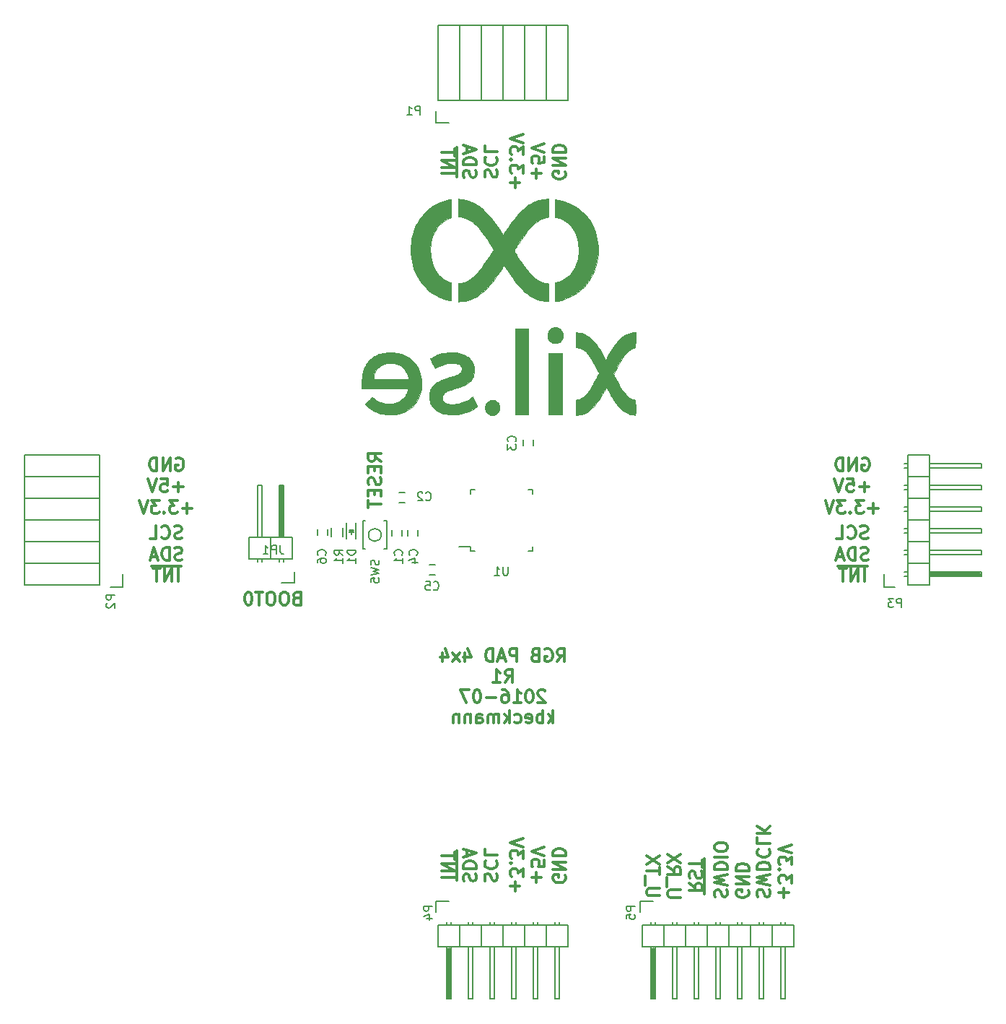
<source format=gbr>
G04 #@! TF.FileFunction,Legend,Bot*
%FSLAX46Y46*%
G04 Gerber Fmt 4.6, Leading zero omitted, Abs format (unit mm)*
G04 Created by KiCad (PCBNEW 4.0.2-stable) date Onsdag 20 Juli 2016 10:28:16*
%MOMM*%
G01*
G04 APERTURE LIST*
%ADD10C,0.100000*%
%ADD11C,0.300000*%
%ADD12C,0.150000*%
%ADD13C,0.010000*%
G04 APERTURE END LIST*
D10*
D11*
X85678571Y-93071429D02*
X84964286Y-92571429D01*
X85678571Y-92214286D02*
X84178571Y-92214286D01*
X84178571Y-92785714D01*
X84250000Y-92928572D01*
X84321429Y-93000000D01*
X84464286Y-93071429D01*
X84678571Y-93071429D01*
X84821429Y-93000000D01*
X84892857Y-92928572D01*
X84964286Y-92785714D01*
X84964286Y-92214286D01*
X84892857Y-93714286D02*
X84892857Y-94214286D01*
X85678571Y-94428572D02*
X85678571Y-93714286D01*
X84178571Y-93714286D01*
X84178571Y-94428572D01*
X85607143Y-95000000D02*
X85678571Y-95214286D01*
X85678571Y-95571429D01*
X85607143Y-95714286D01*
X85535714Y-95785715D01*
X85392857Y-95857143D01*
X85250000Y-95857143D01*
X85107143Y-95785715D01*
X85035714Y-95714286D01*
X84964286Y-95571429D01*
X84892857Y-95285715D01*
X84821429Y-95142857D01*
X84750000Y-95071429D01*
X84607143Y-95000000D01*
X84464286Y-95000000D01*
X84321429Y-95071429D01*
X84250000Y-95142857D01*
X84178571Y-95285715D01*
X84178571Y-95642857D01*
X84250000Y-95857143D01*
X84892857Y-96500000D02*
X84892857Y-97000000D01*
X85678571Y-97214286D02*
X85678571Y-96500000D01*
X84178571Y-96500000D01*
X84178571Y-97214286D01*
X84178571Y-97642857D02*
X84178571Y-98500000D01*
X85678571Y-98071429D02*
X84178571Y-98071429D01*
X75750000Y-109142857D02*
X75535714Y-109214286D01*
X75464286Y-109285714D01*
X75392857Y-109428571D01*
X75392857Y-109642857D01*
X75464286Y-109785714D01*
X75535714Y-109857143D01*
X75678572Y-109928571D01*
X76250000Y-109928571D01*
X76250000Y-108428571D01*
X75750000Y-108428571D01*
X75607143Y-108500000D01*
X75535714Y-108571429D01*
X75464286Y-108714286D01*
X75464286Y-108857143D01*
X75535714Y-109000000D01*
X75607143Y-109071429D01*
X75750000Y-109142857D01*
X76250000Y-109142857D01*
X74464286Y-108428571D02*
X74178572Y-108428571D01*
X74035714Y-108500000D01*
X73892857Y-108642857D01*
X73821429Y-108928571D01*
X73821429Y-109428571D01*
X73892857Y-109714286D01*
X74035714Y-109857143D01*
X74178572Y-109928571D01*
X74464286Y-109928571D01*
X74607143Y-109857143D01*
X74750000Y-109714286D01*
X74821429Y-109428571D01*
X74821429Y-108928571D01*
X74750000Y-108642857D01*
X74607143Y-108500000D01*
X74464286Y-108428571D01*
X72892857Y-108428571D02*
X72607143Y-108428571D01*
X72464285Y-108500000D01*
X72321428Y-108642857D01*
X72250000Y-108928571D01*
X72250000Y-109428571D01*
X72321428Y-109714286D01*
X72464285Y-109857143D01*
X72607143Y-109928571D01*
X72892857Y-109928571D01*
X73035714Y-109857143D01*
X73178571Y-109714286D01*
X73250000Y-109428571D01*
X73250000Y-108928571D01*
X73178571Y-108642857D01*
X73035714Y-108500000D01*
X72892857Y-108428571D01*
X71821428Y-108428571D02*
X70964285Y-108428571D01*
X71392856Y-109928571D02*
X71392856Y-108428571D01*
X70178571Y-108428571D02*
X70035714Y-108428571D01*
X69892857Y-108500000D01*
X69821428Y-108571429D01*
X69749999Y-108714286D01*
X69678571Y-109000000D01*
X69678571Y-109357143D01*
X69749999Y-109642857D01*
X69821428Y-109785714D01*
X69892857Y-109857143D01*
X70035714Y-109928571D01*
X70178571Y-109928571D01*
X70321428Y-109857143D01*
X70392857Y-109785714D01*
X70464285Y-109642857D01*
X70535714Y-109357143D01*
X70535714Y-109000000D01*
X70464285Y-108714286D01*
X70392857Y-108571429D01*
X70321428Y-108500000D01*
X70178571Y-108428571D01*
X106357142Y-116578571D02*
X106857142Y-115864286D01*
X107214285Y-116578571D02*
X107214285Y-115078571D01*
X106642857Y-115078571D01*
X106499999Y-115150000D01*
X106428571Y-115221429D01*
X106357142Y-115364286D01*
X106357142Y-115578571D01*
X106428571Y-115721429D01*
X106499999Y-115792857D01*
X106642857Y-115864286D01*
X107214285Y-115864286D01*
X104928571Y-115150000D02*
X105071428Y-115078571D01*
X105285714Y-115078571D01*
X105499999Y-115150000D01*
X105642857Y-115292857D01*
X105714285Y-115435714D01*
X105785714Y-115721429D01*
X105785714Y-115935714D01*
X105714285Y-116221429D01*
X105642857Y-116364286D01*
X105499999Y-116507143D01*
X105285714Y-116578571D01*
X105142857Y-116578571D01*
X104928571Y-116507143D01*
X104857142Y-116435714D01*
X104857142Y-115935714D01*
X105142857Y-115935714D01*
X103714285Y-115792857D02*
X103499999Y-115864286D01*
X103428571Y-115935714D01*
X103357142Y-116078571D01*
X103357142Y-116292857D01*
X103428571Y-116435714D01*
X103499999Y-116507143D01*
X103642857Y-116578571D01*
X104214285Y-116578571D01*
X104214285Y-115078571D01*
X103714285Y-115078571D01*
X103571428Y-115150000D01*
X103499999Y-115221429D01*
X103428571Y-115364286D01*
X103428571Y-115507143D01*
X103499999Y-115650000D01*
X103571428Y-115721429D01*
X103714285Y-115792857D01*
X104214285Y-115792857D01*
X101571428Y-116578571D02*
X101571428Y-115078571D01*
X101000000Y-115078571D01*
X100857142Y-115150000D01*
X100785714Y-115221429D01*
X100714285Y-115364286D01*
X100714285Y-115578571D01*
X100785714Y-115721429D01*
X100857142Y-115792857D01*
X101000000Y-115864286D01*
X101571428Y-115864286D01*
X100142857Y-116150000D02*
X99428571Y-116150000D01*
X100285714Y-116578571D02*
X99785714Y-115078571D01*
X99285714Y-116578571D01*
X98785714Y-116578571D02*
X98785714Y-115078571D01*
X98428571Y-115078571D01*
X98214286Y-115150000D01*
X98071428Y-115292857D01*
X98000000Y-115435714D01*
X97928571Y-115721429D01*
X97928571Y-115935714D01*
X98000000Y-116221429D01*
X98071428Y-116364286D01*
X98214286Y-116507143D01*
X98428571Y-116578571D01*
X98785714Y-116578571D01*
X95500000Y-115578571D02*
X95500000Y-116578571D01*
X95857143Y-115007143D02*
X96214286Y-116078571D01*
X95285714Y-116078571D01*
X94857143Y-116578571D02*
X94071429Y-115578571D01*
X94857143Y-115578571D02*
X94071429Y-116578571D01*
X92857143Y-115578571D02*
X92857143Y-116578571D01*
X93214286Y-115007143D02*
X93571429Y-116078571D01*
X92642857Y-116078571D01*
X100249999Y-118978571D02*
X100749999Y-118264286D01*
X101107142Y-118978571D02*
X101107142Y-117478571D01*
X100535714Y-117478571D01*
X100392856Y-117550000D01*
X100321428Y-117621429D01*
X100249999Y-117764286D01*
X100249999Y-117978571D01*
X100321428Y-118121429D01*
X100392856Y-118192857D01*
X100535714Y-118264286D01*
X101107142Y-118264286D01*
X98821428Y-118978571D02*
X99678571Y-118978571D01*
X99249999Y-118978571D02*
X99249999Y-117478571D01*
X99392856Y-117692857D01*
X99535714Y-117835714D01*
X99678571Y-117907143D01*
X104928570Y-120021429D02*
X104857141Y-119950000D01*
X104714284Y-119878571D01*
X104357141Y-119878571D01*
X104214284Y-119950000D01*
X104142855Y-120021429D01*
X104071427Y-120164286D01*
X104071427Y-120307143D01*
X104142855Y-120521429D01*
X104999998Y-121378571D01*
X104071427Y-121378571D01*
X103142856Y-119878571D02*
X102999999Y-119878571D01*
X102857142Y-119950000D01*
X102785713Y-120021429D01*
X102714284Y-120164286D01*
X102642856Y-120450000D01*
X102642856Y-120807143D01*
X102714284Y-121092857D01*
X102785713Y-121235714D01*
X102857142Y-121307143D01*
X102999999Y-121378571D01*
X103142856Y-121378571D01*
X103285713Y-121307143D01*
X103357142Y-121235714D01*
X103428570Y-121092857D01*
X103499999Y-120807143D01*
X103499999Y-120450000D01*
X103428570Y-120164286D01*
X103357142Y-120021429D01*
X103285713Y-119950000D01*
X103142856Y-119878571D01*
X101214285Y-121378571D02*
X102071428Y-121378571D01*
X101642856Y-121378571D02*
X101642856Y-119878571D01*
X101785713Y-120092857D01*
X101928571Y-120235714D01*
X102071428Y-120307143D01*
X99928571Y-119878571D02*
X100214285Y-119878571D01*
X100357142Y-119950000D01*
X100428571Y-120021429D01*
X100571428Y-120235714D01*
X100642857Y-120521429D01*
X100642857Y-121092857D01*
X100571428Y-121235714D01*
X100500000Y-121307143D01*
X100357142Y-121378571D01*
X100071428Y-121378571D01*
X99928571Y-121307143D01*
X99857142Y-121235714D01*
X99785714Y-121092857D01*
X99785714Y-120735714D01*
X99857142Y-120592857D01*
X99928571Y-120521429D01*
X100071428Y-120450000D01*
X100357142Y-120450000D01*
X100500000Y-120521429D01*
X100571428Y-120592857D01*
X100642857Y-120735714D01*
X99142857Y-120807143D02*
X98000000Y-120807143D01*
X97000000Y-119878571D02*
X96857143Y-119878571D01*
X96714286Y-119950000D01*
X96642857Y-120021429D01*
X96571428Y-120164286D01*
X96500000Y-120450000D01*
X96500000Y-120807143D01*
X96571428Y-121092857D01*
X96642857Y-121235714D01*
X96714286Y-121307143D01*
X96857143Y-121378571D01*
X97000000Y-121378571D01*
X97142857Y-121307143D01*
X97214286Y-121235714D01*
X97285714Y-121092857D01*
X97357143Y-120807143D01*
X97357143Y-120450000D01*
X97285714Y-120164286D01*
X97214286Y-120021429D01*
X97142857Y-119950000D01*
X97000000Y-119878571D01*
X96000000Y-119878571D02*
X95000000Y-119878571D01*
X95642857Y-121378571D01*
X105857143Y-123778571D02*
X105857143Y-122278571D01*
X105714286Y-123207143D02*
X105285715Y-123778571D01*
X105285715Y-122778571D02*
X105857143Y-123350000D01*
X104642857Y-123778571D02*
X104642857Y-122278571D01*
X104642857Y-122850000D02*
X104500000Y-122778571D01*
X104214286Y-122778571D01*
X104071429Y-122850000D01*
X104000000Y-122921429D01*
X103928571Y-123064286D01*
X103928571Y-123492857D01*
X104000000Y-123635714D01*
X104071429Y-123707143D01*
X104214286Y-123778571D01*
X104500000Y-123778571D01*
X104642857Y-123707143D01*
X102714286Y-123707143D02*
X102857143Y-123778571D01*
X103142857Y-123778571D01*
X103285714Y-123707143D01*
X103357143Y-123564286D01*
X103357143Y-122992857D01*
X103285714Y-122850000D01*
X103142857Y-122778571D01*
X102857143Y-122778571D01*
X102714286Y-122850000D01*
X102642857Y-122992857D01*
X102642857Y-123135714D01*
X103357143Y-123278571D01*
X101357143Y-123707143D02*
X101500000Y-123778571D01*
X101785714Y-123778571D01*
X101928572Y-123707143D01*
X102000000Y-123635714D01*
X102071429Y-123492857D01*
X102071429Y-123064286D01*
X102000000Y-122921429D01*
X101928572Y-122850000D01*
X101785714Y-122778571D01*
X101500000Y-122778571D01*
X101357143Y-122850000D01*
X100714286Y-123778571D02*
X100714286Y-122278571D01*
X100571429Y-123207143D02*
X100142858Y-123778571D01*
X100142858Y-122778571D02*
X100714286Y-123350000D01*
X99500000Y-123778571D02*
X99500000Y-122778571D01*
X99500000Y-122921429D02*
X99428572Y-122850000D01*
X99285714Y-122778571D01*
X99071429Y-122778571D01*
X98928572Y-122850000D01*
X98857143Y-122992857D01*
X98857143Y-123778571D01*
X98857143Y-122992857D02*
X98785714Y-122850000D01*
X98642857Y-122778571D01*
X98428572Y-122778571D01*
X98285714Y-122850000D01*
X98214286Y-122992857D01*
X98214286Y-123778571D01*
X96857143Y-123778571D02*
X96857143Y-122992857D01*
X96928572Y-122850000D01*
X97071429Y-122778571D01*
X97357143Y-122778571D01*
X97500000Y-122850000D01*
X96857143Y-123707143D02*
X97000000Y-123778571D01*
X97357143Y-123778571D01*
X97500000Y-123707143D01*
X97571429Y-123564286D01*
X97571429Y-123421429D01*
X97500000Y-123278571D01*
X97357143Y-123207143D01*
X97000000Y-123207143D01*
X96857143Y-123135714D01*
X96142857Y-122778571D02*
X96142857Y-123778571D01*
X96142857Y-122921429D02*
X96071429Y-122850000D01*
X95928571Y-122778571D01*
X95714286Y-122778571D01*
X95571429Y-122850000D01*
X95500000Y-122992857D01*
X95500000Y-123778571D01*
X94785714Y-122778571D02*
X94785714Y-123778571D01*
X94785714Y-122921429D02*
X94714286Y-122850000D01*
X94571428Y-122778571D01*
X94357143Y-122778571D01*
X94214286Y-122850000D01*
X94142857Y-122992857D01*
X94142857Y-123778571D01*
X132892857Y-144249999D02*
X132892857Y-143107142D01*
X132321429Y-143678571D02*
X133464286Y-143678571D01*
X133821429Y-142535713D02*
X133821429Y-141607142D01*
X133250000Y-142107142D01*
X133250000Y-141892856D01*
X133178571Y-141749999D01*
X133107143Y-141678570D01*
X132964286Y-141607142D01*
X132607143Y-141607142D01*
X132464286Y-141678570D01*
X132392857Y-141749999D01*
X132321429Y-141892856D01*
X132321429Y-142321428D01*
X132392857Y-142464285D01*
X132464286Y-142535713D01*
X132464286Y-140964285D02*
X132392857Y-140892857D01*
X132321429Y-140964285D01*
X132392857Y-141035714D01*
X132464286Y-140964285D01*
X132321429Y-140964285D01*
X133821429Y-140392856D02*
X133821429Y-139464285D01*
X133250000Y-139964285D01*
X133250000Y-139749999D01*
X133178571Y-139607142D01*
X133107143Y-139535713D01*
X132964286Y-139464285D01*
X132607143Y-139464285D01*
X132464286Y-139535713D01*
X132392857Y-139607142D01*
X132321429Y-139749999D01*
X132321429Y-140178571D01*
X132392857Y-140321428D01*
X132464286Y-140392856D01*
X133821429Y-139035714D02*
X132321429Y-138535714D01*
X133821429Y-138035714D01*
X129892857Y-144142857D02*
X129821429Y-143928571D01*
X129821429Y-143571428D01*
X129892857Y-143428571D01*
X129964286Y-143357142D01*
X130107143Y-143285714D01*
X130250000Y-143285714D01*
X130392857Y-143357142D01*
X130464286Y-143428571D01*
X130535714Y-143571428D01*
X130607143Y-143857142D01*
X130678571Y-144000000D01*
X130750000Y-144071428D01*
X130892857Y-144142857D01*
X131035714Y-144142857D01*
X131178571Y-144071428D01*
X131250000Y-144000000D01*
X131321429Y-143857142D01*
X131321429Y-143500000D01*
X131250000Y-143285714D01*
X131321429Y-142785714D02*
X129821429Y-142428571D01*
X130892857Y-142142857D01*
X129821429Y-141857143D01*
X131321429Y-141500000D01*
X129821429Y-140928571D02*
X131321429Y-140928571D01*
X131321429Y-140571428D01*
X131250000Y-140357143D01*
X131107143Y-140214285D01*
X130964286Y-140142857D01*
X130678571Y-140071428D01*
X130464286Y-140071428D01*
X130178571Y-140142857D01*
X130035714Y-140214285D01*
X129892857Y-140357143D01*
X129821429Y-140571428D01*
X129821429Y-140928571D01*
X129964286Y-138571428D02*
X129892857Y-138642857D01*
X129821429Y-138857143D01*
X129821429Y-139000000D01*
X129892857Y-139214285D01*
X130035714Y-139357143D01*
X130178571Y-139428571D01*
X130464286Y-139500000D01*
X130678571Y-139500000D01*
X130964286Y-139428571D01*
X131107143Y-139357143D01*
X131250000Y-139214285D01*
X131321429Y-139000000D01*
X131321429Y-138857143D01*
X131250000Y-138642857D01*
X131178571Y-138571428D01*
X129821429Y-137214285D02*
X129821429Y-137928571D01*
X131321429Y-137928571D01*
X129821429Y-136714285D02*
X131321429Y-136714285D01*
X129821429Y-135857142D02*
X130678571Y-136499999D01*
X131321429Y-135857142D02*
X130464286Y-136714285D01*
X128750000Y-143392857D02*
X128821429Y-143535714D01*
X128821429Y-143750000D01*
X128750000Y-143964285D01*
X128607143Y-144107143D01*
X128464286Y-144178571D01*
X128178571Y-144250000D01*
X127964286Y-144250000D01*
X127678571Y-144178571D01*
X127535714Y-144107143D01*
X127392857Y-143964285D01*
X127321429Y-143750000D01*
X127321429Y-143607143D01*
X127392857Y-143392857D01*
X127464286Y-143321428D01*
X127964286Y-143321428D01*
X127964286Y-143607143D01*
X127321429Y-142678571D02*
X128821429Y-142678571D01*
X127321429Y-141821428D01*
X128821429Y-141821428D01*
X127321429Y-141107142D02*
X128821429Y-141107142D01*
X128821429Y-140749999D01*
X128750000Y-140535714D01*
X128607143Y-140392856D01*
X128464286Y-140321428D01*
X128178571Y-140249999D01*
X127964286Y-140249999D01*
X127678571Y-140321428D01*
X127535714Y-140392856D01*
X127392857Y-140535714D01*
X127321429Y-140749999D01*
X127321429Y-141107142D01*
X124892857Y-144178572D02*
X124821429Y-143964286D01*
X124821429Y-143607143D01*
X124892857Y-143464286D01*
X124964286Y-143392857D01*
X125107143Y-143321429D01*
X125250000Y-143321429D01*
X125392857Y-143392857D01*
X125464286Y-143464286D01*
X125535714Y-143607143D01*
X125607143Y-143892857D01*
X125678571Y-144035715D01*
X125750000Y-144107143D01*
X125892857Y-144178572D01*
X126035714Y-144178572D01*
X126178571Y-144107143D01*
X126250000Y-144035715D01*
X126321429Y-143892857D01*
X126321429Y-143535715D01*
X126250000Y-143321429D01*
X126321429Y-142821429D02*
X124821429Y-142464286D01*
X125892857Y-142178572D01*
X124821429Y-141892858D01*
X126321429Y-141535715D01*
X124821429Y-140964286D02*
X126321429Y-140964286D01*
X126321429Y-140607143D01*
X126250000Y-140392858D01*
X126107143Y-140250000D01*
X125964286Y-140178572D01*
X125678571Y-140107143D01*
X125464286Y-140107143D01*
X125178571Y-140178572D01*
X125035714Y-140250000D01*
X124892857Y-140392858D01*
X124821429Y-140607143D01*
X124821429Y-140964286D01*
X124821429Y-139464286D02*
X126321429Y-139464286D01*
X126321429Y-138464286D02*
X126321429Y-138178572D01*
X126250000Y-138035714D01*
X126107143Y-137892857D01*
X125821429Y-137821429D01*
X125321429Y-137821429D01*
X125035714Y-137892857D01*
X124892857Y-138035714D01*
X124821429Y-138178572D01*
X124821429Y-138464286D01*
X124892857Y-138607143D01*
X125035714Y-138750000D01*
X125321429Y-138821429D01*
X125821429Y-138821429D01*
X126107143Y-138750000D01*
X126250000Y-138607143D01*
X126321429Y-138464286D01*
X121821429Y-142571428D02*
X122535714Y-143071428D01*
X121821429Y-143428571D02*
X123321429Y-143428571D01*
X123321429Y-142857143D01*
X123250000Y-142714285D01*
X123178571Y-142642857D01*
X123035714Y-142571428D01*
X122821429Y-142571428D01*
X122678571Y-142642857D01*
X122607143Y-142714285D01*
X122535714Y-142857143D01*
X122535714Y-143428571D01*
X121892857Y-142000000D02*
X121821429Y-141785714D01*
X121821429Y-141428571D01*
X121892857Y-141285714D01*
X121964286Y-141214285D01*
X122107143Y-141142857D01*
X122250000Y-141142857D01*
X122392857Y-141214285D01*
X122464286Y-141285714D01*
X122535714Y-141428571D01*
X122607143Y-141714285D01*
X122678571Y-141857143D01*
X122750000Y-141928571D01*
X122892857Y-142000000D01*
X123035714Y-142000000D01*
X123178571Y-141928571D01*
X123250000Y-141857143D01*
X123321429Y-141714285D01*
X123321429Y-141357143D01*
X123250000Y-141142857D01*
X123321429Y-140714286D02*
X123321429Y-139857143D01*
X121821429Y-140285714D02*
X123321429Y-140285714D01*
X123580000Y-143785714D02*
X123580000Y-139714286D01*
X120821429Y-144214285D02*
X119607143Y-144214285D01*
X119464286Y-144142857D01*
X119392857Y-144071428D01*
X119321429Y-143928571D01*
X119321429Y-143642857D01*
X119392857Y-143499999D01*
X119464286Y-143428571D01*
X119607143Y-143357142D01*
X120821429Y-143357142D01*
X119178571Y-142999999D02*
X119178571Y-141857142D01*
X119321429Y-140642856D02*
X120035714Y-141142856D01*
X119321429Y-141499999D02*
X120821429Y-141499999D01*
X120821429Y-140928571D01*
X120750000Y-140785713D01*
X120678571Y-140714285D01*
X120535714Y-140642856D01*
X120321429Y-140642856D01*
X120178571Y-140714285D01*
X120107143Y-140785713D01*
X120035714Y-140928571D01*
X120035714Y-141499999D01*
X120821429Y-140142856D02*
X119321429Y-139142856D01*
X120821429Y-139142856D02*
X119321429Y-140142856D01*
X118321429Y-144035714D02*
X117107143Y-144035714D01*
X116964286Y-143964286D01*
X116892857Y-143892857D01*
X116821429Y-143750000D01*
X116821429Y-143464286D01*
X116892857Y-143321428D01*
X116964286Y-143250000D01*
X117107143Y-143178571D01*
X118321429Y-143178571D01*
X116678571Y-142821428D02*
X116678571Y-141678571D01*
X118321429Y-141535714D02*
X118321429Y-140678571D01*
X116821429Y-141107142D02*
X118321429Y-141107142D01*
X118321429Y-140321428D02*
X116821429Y-139321428D01*
X118321429Y-139321428D02*
X116821429Y-140321428D01*
X107250000Y-141642857D02*
X107321429Y-141785714D01*
X107321429Y-142000000D01*
X107250000Y-142214285D01*
X107107143Y-142357143D01*
X106964286Y-142428571D01*
X106678571Y-142500000D01*
X106464286Y-142500000D01*
X106178571Y-142428571D01*
X106035714Y-142357143D01*
X105892857Y-142214285D01*
X105821429Y-142000000D01*
X105821429Y-141857143D01*
X105892857Y-141642857D01*
X105964286Y-141571428D01*
X106464286Y-141571428D01*
X106464286Y-141857143D01*
X105821429Y-140928571D02*
X107321429Y-140928571D01*
X105821429Y-140071428D01*
X107321429Y-140071428D01*
X105821429Y-139357142D02*
X107321429Y-139357142D01*
X107321429Y-138999999D01*
X107250000Y-138785714D01*
X107107143Y-138642856D01*
X106964286Y-138571428D01*
X106678571Y-138499999D01*
X106464286Y-138499999D01*
X106178571Y-138571428D01*
X106035714Y-138642856D01*
X105892857Y-138785714D01*
X105821429Y-138999999D01*
X105821429Y-139357142D01*
X103892857Y-142428571D02*
X103892857Y-141285714D01*
X103321429Y-141857143D02*
X104464286Y-141857143D01*
X104821429Y-139857142D02*
X104821429Y-140571428D01*
X104107143Y-140642857D01*
X104178571Y-140571428D01*
X104250000Y-140428571D01*
X104250000Y-140071428D01*
X104178571Y-139928571D01*
X104107143Y-139857142D01*
X103964286Y-139785714D01*
X103607143Y-139785714D01*
X103464286Y-139857142D01*
X103392857Y-139928571D01*
X103321429Y-140071428D01*
X103321429Y-140428571D01*
X103392857Y-140571428D01*
X103464286Y-140642857D01*
X104821429Y-139357143D02*
X103321429Y-138857143D01*
X104821429Y-138357143D01*
X101392857Y-143499999D02*
X101392857Y-142357142D01*
X100821429Y-142928571D02*
X101964286Y-142928571D01*
X102321429Y-141785713D02*
X102321429Y-140857142D01*
X101750000Y-141357142D01*
X101750000Y-141142856D01*
X101678571Y-140999999D01*
X101607143Y-140928570D01*
X101464286Y-140857142D01*
X101107143Y-140857142D01*
X100964286Y-140928570D01*
X100892857Y-140999999D01*
X100821429Y-141142856D01*
X100821429Y-141571428D01*
X100892857Y-141714285D01*
X100964286Y-141785713D01*
X100964286Y-140214285D02*
X100892857Y-140142857D01*
X100821429Y-140214285D01*
X100892857Y-140285714D01*
X100964286Y-140214285D01*
X100821429Y-140214285D01*
X102321429Y-139642856D02*
X102321429Y-138714285D01*
X101750000Y-139214285D01*
X101750000Y-138999999D01*
X101678571Y-138857142D01*
X101607143Y-138785713D01*
X101464286Y-138714285D01*
X101107143Y-138714285D01*
X100964286Y-138785713D01*
X100892857Y-138857142D01*
X100821429Y-138999999D01*
X100821429Y-139428571D01*
X100892857Y-139571428D01*
X100964286Y-139642856D01*
X102321429Y-138285714D02*
X100821429Y-137785714D01*
X102321429Y-137285714D01*
X97892857Y-142285714D02*
X97821429Y-142071428D01*
X97821429Y-141714285D01*
X97892857Y-141571428D01*
X97964286Y-141499999D01*
X98107143Y-141428571D01*
X98250000Y-141428571D01*
X98392857Y-141499999D01*
X98464286Y-141571428D01*
X98535714Y-141714285D01*
X98607143Y-141999999D01*
X98678571Y-142142857D01*
X98750000Y-142214285D01*
X98892857Y-142285714D01*
X99035714Y-142285714D01*
X99178571Y-142214285D01*
X99250000Y-142142857D01*
X99321429Y-141999999D01*
X99321429Y-141642857D01*
X99250000Y-141428571D01*
X97964286Y-139928571D02*
X97892857Y-140000000D01*
X97821429Y-140214286D01*
X97821429Y-140357143D01*
X97892857Y-140571428D01*
X98035714Y-140714286D01*
X98178571Y-140785714D01*
X98464286Y-140857143D01*
X98678571Y-140857143D01*
X98964286Y-140785714D01*
X99107143Y-140714286D01*
X99250000Y-140571428D01*
X99321429Y-140357143D01*
X99321429Y-140214286D01*
X99250000Y-140000000D01*
X99178571Y-139928571D01*
X97821429Y-138571428D02*
X97821429Y-139285714D01*
X99321429Y-139285714D01*
X95392857Y-142321428D02*
X95321429Y-142107142D01*
X95321429Y-141749999D01*
X95392857Y-141607142D01*
X95464286Y-141535713D01*
X95607143Y-141464285D01*
X95750000Y-141464285D01*
X95892857Y-141535713D01*
X95964286Y-141607142D01*
X96035714Y-141749999D01*
X96107143Y-142035713D01*
X96178571Y-142178571D01*
X96250000Y-142249999D01*
X96392857Y-142321428D01*
X96535714Y-142321428D01*
X96678571Y-142249999D01*
X96750000Y-142178571D01*
X96821429Y-142035713D01*
X96821429Y-141678571D01*
X96750000Y-141464285D01*
X95321429Y-140821428D02*
X96821429Y-140821428D01*
X96821429Y-140464285D01*
X96750000Y-140250000D01*
X96607143Y-140107142D01*
X96464286Y-140035714D01*
X96178571Y-139964285D01*
X95964286Y-139964285D01*
X95678571Y-140035714D01*
X95535714Y-140107142D01*
X95392857Y-140250000D01*
X95321429Y-140464285D01*
X95321429Y-140821428D01*
X95750000Y-139392857D02*
X95750000Y-138678571D01*
X95321429Y-139535714D02*
X96821429Y-139035714D01*
X95321429Y-138535714D01*
X92821429Y-141857143D02*
X94321429Y-141857143D01*
X92821429Y-141142857D02*
X94321429Y-141142857D01*
X92821429Y-140285714D01*
X94321429Y-140285714D01*
X94321429Y-139785714D02*
X94321429Y-138928571D01*
X92821429Y-139357142D02*
X94321429Y-139357142D01*
X94580000Y-142214286D02*
X94580000Y-138785714D01*
X92821429Y-59357143D02*
X94321429Y-59357143D01*
X92821429Y-58642857D02*
X94321429Y-58642857D01*
X92821429Y-57785714D01*
X94321429Y-57785714D01*
X94321429Y-57285714D02*
X94321429Y-56428571D01*
X92821429Y-56857142D02*
X94321429Y-56857142D01*
X94580000Y-59714286D02*
X94580000Y-56285714D01*
X95392857Y-59821428D02*
X95321429Y-59607142D01*
X95321429Y-59249999D01*
X95392857Y-59107142D01*
X95464286Y-59035713D01*
X95607143Y-58964285D01*
X95750000Y-58964285D01*
X95892857Y-59035713D01*
X95964286Y-59107142D01*
X96035714Y-59249999D01*
X96107143Y-59535713D01*
X96178571Y-59678571D01*
X96250000Y-59749999D01*
X96392857Y-59821428D01*
X96535714Y-59821428D01*
X96678571Y-59749999D01*
X96750000Y-59678571D01*
X96821429Y-59535713D01*
X96821429Y-59178571D01*
X96750000Y-58964285D01*
X95321429Y-58321428D02*
X96821429Y-58321428D01*
X96821429Y-57964285D01*
X96750000Y-57750000D01*
X96607143Y-57607142D01*
X96464286Y-57535714D01*
X96178571Y-57464285D01*
X95964286Y-57464285D01*
X95678571Y-57535714D01*
X95535714Y-57607142D01*
X95392857Y-57750000D01*
X95321429Y-57964285D01*
X95321429Y-58321428D01*
X95750000Y-56892857D02*
X95750000Y-56178571D01*
X95321429Y-57035714D02*
X96821429Y-56535714D01*
X95321429Y-56035714D01*
X97892857Y-59785714D02*
X97821429Y-59571428D01*
X97821429Y-59214285D01*
X97892857Y-59071428D01*
X97964286Y-58999999D01*
X98107143Y-58928571D01*
X98250000Y-58928571D01*
X98392857Y-58999999D01*
X98464286Y-59071428D01*
X98535714Y-59214285D01*
X98607143Y-59499999D01*
X98678571Y-59642857D01*
X98750000Y-59714285D01*
X98892857Y-59785714D01*
X99035714Y-59785714D01*
X99178571Y-59714285D01*
X99250000Y-59642857D01*
X99321429Y-59499999D01*
X99321429Y-59142857D01*
X99250000Y-58928571D01*
X97964286Y-57428571D02*
X97892857Y-57500000D01*
X97821429Y-57714286D01*
X97821429Y-57857143D01*
X97892857Y-58071428D01*
X98035714Y-58214286D01*
X98178571Y-58285714D01*
X98464286Y-58357143D01*
X98678571Y-58357143D01*
X98964286Y-58285714D01*
X99107143Y-58214286D01*
X99250000Y-58071428D01*
X99321429Y-57857143D01*
X99321429Y-57714286D01*
X99250000Y-57500000D01*
X99178571Y-57428571D01*
X97821429Y-56071428D02*
X97821429Y-56785714D01*
X99321429Y-56785714D01*
X101392857Y-60999999D02*
X101392857Y-59857142D01*
X100821429Y-60428571D02*
X101964286Y-60428571D01*
X102321429Y-59285713D02*
X102321429Y-58357142D01*
X101750000Y-58857142D01*
X101750000Y-58642856D01*
X101678571Y-58499999D01*
X101607143Y-58428570D01*
X101464286Y-58357142D01*
X101107143Y-58357142D01*
X100964286Y-58428570D01*
X100892857Y-58499999D01*
X100821429Y-58642856D01*
X100821429Y-59071428D01*
X100892857Y-59214285D01*
X100964286Y-59285713D01*
X100964286Y-57714285D02*
X100892857Y-57642857D01*
X100821429Y-57714285D01*
X100892857Y-57785714D01*
X100964286Y-57714285D01*
X100821429Y-57714285D01*
X102321429Y-57142856D02*
X102321429Y-56214285D01*
X101750000Y-56714285D01*
X101750000Y-56499999D01*
X101678571Y-56357142D01*
X101607143Y-56285713D01*
X101464286Y-56214285D01*
X101107143Y-56214285D01*
X100964286Y-56285713D01*
X100892857Y-56357142D01*
X100821429Y-56499999D01*
X100821429Y-56928571D01*
X100892857Y-57071428D01*
X100964286Y-57142856D01*
X102321429Y-55785714D02*
X100821429Y-55285714D01*
X102321429Y-54785714D01*
X103892857Y-59928571D02*
X103892857Y-58785714D01*
X103321429Y-59357143D02*
X104464286Y-59357143D01*
X104821429Y-57357142D02*
X104821429Y-58071428D01*
X104107143Y-58142857D01*
X104178571Y-58071428D01*
X104250000Y-57928571D01*
X104250000Y-57571428D01*
X104178571Y-57428571D01*
X104107143Y-57357142D01*
X103964286Y-57285714D01*
X103607143Y-57285714D01*
X103464286Y-57357142D01*
X103392857Y-57428571D01*
X103321429Y-57571428D01*
X103321429Y-57928571D01*
X103392857Y-58071428D01*
X103464286Y-58142857D01*
X104821429Y-56857143D02*
X103321429Y-56357143D01*
X104821429Y-55857143D01*
X107250000Y-59142857D02*
X107321429Y-59285714D01*
X107321429Y-59500000D01*
X107250000Y-59714285D01*
X107107143Y-59857143D01*
X106964286Y-59928571D01*
X106678571Y-60000000D01*
X106464286Y-60000000D01*
X106178571Y-59928571D01*
X106035714Y-59857143D01*
X105892857Y-59714285D01*
X105821429Y-59500000D01*
X105821429Y-59357143D01*
X105892857Y-59142857D01*
X105964286Y-59071428D01*
X106464286Y-59071428D01*
X106464286Y-59357143D01*
X105821429Y-58428571D02*
X107321429Y-58428571D01*
X105821429Y-57571428D01*
X107321429Y-57571428D01*
X105821429Y-56857142D02*
X107321429Y-56857142D01*
X107321429Y-56499999D01*
X107250000Y-56285714D01*
X107107143Y-56142856D01*
X106964286Y-56071428D01*
X106678571Y-55999999D01*
X106464286Y-55999999D01*
X106178571Y-56071428D01*
X106035714Y-56142856D01*
X105892857Y-56285714D01*
X105821429Y-56499999D01*
X105821429Y-56857142D01*
X142357143Y-107178571D02*
X142357143Y-105678571D01*
X141642857Y-107178571D02*
X141642857Y-105678571D01*
X140785714Y-107178571D01*
X140785714Y-105678571D01*
X140285714Y-105678571D02*
X139428571Y-105678571D01*
X139857142Y-107178571D02*
X139857142Y-105678571D01*
X142714286Y-105420000D02*
X139285714Y-105420000D01*
X142821428Y-104607143D02*
X142607142Y-104678571D01*
X142249999Y-104678571D01*
X142107142Y-104607143D01*
X142035713Y-104535714D01*
X141964285Y-104392857D01*
X141964285Y-104250000D01*
X142035713Y-104107143D01*
X142107142Y-104035714D01*
X142249999Y-103964286D01*
X142535713Y-103892857D01*
X142678571Y-103821429D01*
X142749999Y-103750000D01*
X142821428Y-103607143D01*
X142821428Y-103464286D01*
X142749999Y-103321429D01*
X142678571Y-103250000D01*
X142535713Y-103178571D01*
X142178571Y-103178571D01*
X141964285Y-103250000D01*
X141321428Y-104678571D02*
X141321428Y-103178571D01*
X140964285Y-103178571D01*
X140750000Y-103250000D01*
X140607142Y-103392857D01*
X140535714Y-103535714D01*
X140464285Y-103821429D01*
X140464285Y-104035714D01*
X140535714Y-104321429D01*
X140607142Y-104464286D01*
X140750000Y-104607143D01*
X140964285Y-104678571D01*
X141321428Y-104678571D01*
X139892857Y-104250000D02*
X139178571Y-104250000D01*
X140035714Y-104678571D02*
X139535714Y-103178571D01*
X139035714Y-104678571D01*
X142785714Y-102107143D02*
X142571428Y-102178571D01*
X142214285Y-102178571D01*
X142071428Y-102107143D01*
X141999999Y-102035714D01*
X141928571Y-101892857D01*
X141928571Y-101750000D01*
X141999999Y-101607143D01*
X142071428Y-101535714D01*
X142214285Y-101464286D01*
X142499999Y-101392857D01*
X142642857Y-101321429D01*
X142714285Y-101250000D01*
X142785714Y-101107143D01*
X142785714Y-100964286D01*
X142714285Y-100821429D01*
X142642857Y-100750000D01*
X142499999Y-100678571D01*
X142142857Y-100678571D01*
X141928571Y-100750000D01*
X140428571Y-102035714D02*
X140500000Y-102107143D01*
X140714286Y-102178571D01*
X140857143Y-102178571D01*
X141071428Y-102107143D01*
X141214286Y-101964286D01*
X141285714Y-101821429D01*
X141357143Y-101535714D01*
X141357143Y-101321429D01*
X141285714Y-101035714D01*
X141214286Y-100892857D01*
X141071428Y-100750000D01*
X140857143Y-100678571D01*
X140714286Y-100678571D01*
X140500000Y-100750000D01*
X140428571Y-100821429D01*
X139071428Y-102178571D02*
X139785714Y-102178571D01*
X139785714Y-100678571D01*
X143999999Y-98607143D02*
X142857142Y-98607143D01*
X143428571Y-99178571D02*
X143428571Y-98035714D01*
X142285713Y-97678571D02*
X141357142Y-97678571D01*
X141857142Y-98250000D01*
X141642856Y-98250000D01*
X141499999Y-98321429D01*
X141428570Y-98392857D01*
X141357142Y-98535714D01*
X141357142Y-98892857D01*
X141428570Y-99035714D01*
X141499999Y-99107143D01*
X141642856Y-99178571D01*
X142071428Y-99178571D01*
X142214285Y-99107143D01*
X142285713Y-99035714D01*
X140714285Y-99035714D02*
X140642857Y-99107143D01*
X140714285Y-99178571D01*
X140785714Y-99107143D01*
X140714285Y-99035714D01*
X140714285Y-99178571D01*
X140142856Y-97678571D02*
X139214285Y-97678571D01*
X139714285Y-98250000D01*
X139499999Y-98250000D01*
X139357142Y-98321429D01*
X139285713Y-98392857D01*
X139214285Y-98535714D01*
X139214285Y-98892857D01*
X139285713Y-99035714D01*
X139357142Y-99107143D01*
X139499999Y-99178571D01*
X139928571Y-99178571D01*
X140071428Y-99107143D01*
X140142856Y-99035714D01*
X138785714Y-97678571D02*
X138285714Y-99178571D01*
X137785714Y-97678571D01*
X142928571Y-96107143D02*
X141785714Y-96107143D01*
X142357143Y-96678571D02*
X142357143Y-95535714D01*
X140357142Y-95178571D02*
X141071428Y-95178571D01*
X141142857Y-95892857D01*
X141071428Y-95821429D01*
X140928571Y-95750000D01*
X140571428Y-95750000D01*
X140428571Y-95821429D01*
X140357142Y-95892857D01*
X140285714Y-96035714D01*
X140285714Y-96392857D01*
X140357142Y-96535714D01*
X140428571Y-96607143D01*
X140571428Y-96678571D01*
X140928571Y-96678571D01*
X141071428Y-96607143D01*
X141142857Y-96535714D01*
X139857143Y-95178571D02*
X139357143Y-96678571D01*
X138857143Y-95178571D01*
X142142857Y-92750000D02*
X142285714Y-92678571D01*
X142500000Y-92678571D01*
X142714285Y-92750000D01*
X142857143Y-92892857D01*
X142928571Y-93035714D01*
X143000000Y-93321429D01*
X143000000Y-93535714D01*
X142928571Y-93821429D01*
X142857143Y-93964286D01*
X142714285Y-94107143D01*
X142500000Y-94178571D01*
X142357143Y-94178571D01*
X142142857Y-94107143D01*
X142071428Y-94035714D01*
X142071428Y-93535714D01*
X142357143Y-93535714D01*
X141428571Y-94178571D02*
X141428571Y-92678571D01*
X140571428Y-94178571D01*
X140571428Y-92678571D01*
X139857142Y-94178571D02*
X139857142Y-92678571D01*
X139499999Y-92678571D01*
X139285714Y-92750000D01*
X139142856Y-92892857D01*
X139071428Y-93035714D01*
X138999999Y-93321429D01*
X138999999Y-93535714D01*
X139071428Y-93821429D01*
X139142856Y-93964286D01*
X139285714Y-94107143D01*
X139499999Y-94178571D01*
X139857142Y-94178571D01*
X61857143Y-107178571D02*
X61857143Y-105678571D01*
X61142857Y-107178571D02*
X61142857Y-105678571D01*
X60285714Y-107178571D01*
X60285714Y-105678571D01*
X59785714Y-105678571D02*
X58928571Y-105678571D01*
X59357142Y-107178571D02*
X59357142Y-105678571D01*
X62214286Y-105420000D02*
X58785714Y-105420000D01*
X62321428Y-104607143D02*
X62107142Y-104678571D01*
X61749999Y-104678571D01*
X61607142Y-104607143D01*
X61535713Y-104535714D01*
X61464285Y-104392857D01*
X61464285Y-104250000D01*
X61535713Y-104107143D01*
X61607142Y-104035714D01*
X61749999Y-103964286D01*
X62035713Y-103892857D01*
X62178571Y-103821429D01*
X62249999Y-103750000D01*
X62321428Y-103607143D01*
X62321428Y-103464286D01*
X62249999Y-103321429D01*
X62178571Y-103250000D01*
X62035713Y-103178571D01*
X61678571Y-103178571D01*
X61464285Y-103250000D01*
X60821428Y-104678571D02*
X60821428Y-103178571D01*
X60464285Y-103178571D01*
X60250000Y-103250000D01*
X60107142Y-103392857D01*
X60035714Y-103535714D01*
X59964285Y-103821429D01*
X59964285Y-104035714D01*
X60035714Y-104321429D01*
X60107142Y-104464286D01*
X60250000Y-104607143D01*
X60464285Y-104678571D01*
X60821428Y-104678571D01*
X59392857Y-104250000D02*
X58678571Y-104250000D01*
X59535714Y-104678571D02*
X59035714Y-103178571D01*
X58535714Y-104678571D01*
X62285714Y-102107143D02*
X62071428Y-102178571D01*
X61714285Y-102178571D01*
X61571428Y-102107143D01*
X61499999Y-102035714D01*
X61428571Y-101892857D01*
X61428571Y-101750000D01*
X61499999Y-101607143D01*
X61571428Y-101535714D01*
X61714285Y-101464286D01*
X61999999Y-101392857D01*
X62142857Y-101321429D01*
X62214285Y-101250000D01*
X62285714Y-101107143D01*
X62285714Y-100964286D01*
X62214285Y-100821429D01*
X62142857Y-100750000D01*
X61999999Y-100678571D01*
X61642857Y-100678571D01*
X61428571Y-100750000D01*
X59928571Y-102035714D02*
X60000000Y-102107143D01*
X60214286Y-102178571D01*
X60357143Y-102178571D01*
X60571428Y-102107143D01*
X60714286Y-101964286D01*
X60785714Y-101821429D01*
X60857143Y-101535714D01*
X60857143Y-101321429D01*
X60785714Y-101035714D01*
X60714286Y-100892857D01*
X60571428Y-100750000D01*
X60357143Y-100678571D01*
X60214286Y-100678571D01*
X60000000Y-100750000D01*
X59928571Y-100821429D01*
X58571428Y-102178571D02*
X59285714Y-102178571D01*
X59285714Y-100678571D01*
X63499999Y-98607143D02*
X62357142Y-98607143D01*
X62928571Y-99178571D02*
X62928571Y-98035714D01*
X61785713Y-97678571D02*
X60857142Y-97678571D01*
X61357142Y-98250000D01*
X61142856Y-98250000D01*
X60999999Y-98321429D01*
X60928570Y-98392857D01*
X60857142Y-98535714D01*
X60857142Y-98892857D01*
X60928570Y-99035714D01*
X60999999Y-99107143D01*
X61142856Y-99178571D01*
X61571428Y-99178571D01*
X61714285Y-99107143D01*
X61785713Y-99035714D01*
X60214285Y-99035714D02*
X60142857Y-99107143D01*
X60214285Y-99178571D01*
X60285714Y-99107143D01*
X60214285Y-99035714D01*
X60214285Y-99178571D01*
X59642856Y-97678571D02*
X58714285Y-97678571D01*
X59214285Y-98250000D01*
X58999999Y-98250000D01*
X58857142Y-98321429D01*
X58785713Y-98392857D01*
X58714285Y-98535714D01*
X58714285Y-98892857D01*
X58785713Y-99035714D01*
X58857142Y-99107143D01*
X58999999Y-99178571D01*
X59428571Y-99178571D01*
X59571428Y-99107143D01*
X59642856Y-99035714D01*
X58285714Y-97678571D02*
X57785714Y-99178571D01*
X57285714Y-97678571D01*
X62428571Y-96107143D02*
X61285714Y-96107143D01*
X61857143Y-96678571D02*
X61857143Y-95535714D01*
X59857142Y-95178571D02*
X60571428Y-95178571D01*
X60642857Y-95892857D01*
X60571428Y-95821429D01*
X60428571Y-95750000D01*
X60071428Y-95750000D01*
X59928571Y-95821429D01*
X59857142Y-95892857D01*
X59785714Y-96035714D01*
X59785714Y-96392857D01*
X59857142Y-96535714D01*
X59928571Y-96607143D01*
X60071428Y-96678571D01*
X60428571Y-96678571D01*
X60571428Y-96607143D01*
X60642857Y-96535714D01*
X59357143Y-95178571D02*
X58857143Y-96678571D01*
X58357143Y-95178571D01*
X61642857Y-92750000D02*
X61785714Y-92678571D01*
X62000000Y-92678571D01*
X62214285Y-92750000D01*
X62357143Y-92892857D01*
X62428571Y-93035714D01*
X62500000Y-93321429D01*
X62500000Y-93535714D01*
X62428571Y-93821429D01*
X62357143Y-93964286D01*
X62214285Y-94107143D01*
X62000000Y-94178571D01*
X61857143Y-94178571D01*
X61642857Y-94107143D01*
X61571428Y-94035714D01*
X61571428Y-93535714D01*
X61857143Y-93535714D01*
X60928571Y-94178571D02*
X60928571Y-92678571D01*
X60071428Y-94178571D01*
X60071428Y-92678571D01*
X59357142Y-94178571D02*
X59357142Y-92678571D01*
X58999999Y-92678571D01*
X58785714Y-92750000D01*
X58642856Y-92892857D01*
X58571428Y-93035714D01*
X58499999Y-93321429D01*
X58499999Y-93535714D01*
X58571428Y-93821429D01*
X58642856Y-93964286D01*
X58785714Y-94107143D01*
X58999999Y-94178571D01*
X59357142Y-94178571D01*
D12*
X88120000Y-101820000D02*
X88120000Y-101120000D01*
X86920000Y-101120000D02*
X86920000Y-101820000D01*
X87788000Y-97910000D02*
X88488000Y-97910000D01*
X88488000Y-96710000D02*
X87788000Y-96710000D01*
X102360000Y-90582000D02*
X102360000Y-91282000D01*
X103560000Y-91282000D02*
X103560000Y-90582000D01*
X89980000Y-101810000D02*
X89980000Y-101110000D01*
X88780000Y-101110000D02*
X88780000Y-101810000D01*
X91310000Y-106440000D02*
X92010000Y-106440000D01*
X92010000Y-105240000D02*
X91310000Y-105240000D01*
X79400000Y-101775000D02*
X79400000Y-101075000D01*
X78200000Y-101075000D02*
X78200000Y-101775000D01*
X82725000Y-100275000D02*
X82725000Y-102175000D01*
X81625000Y-100275000D02*
X81625000Y-102175000D01*
X82175000Y-101175000D02*
X82175000Y-101625000D01*
X81925000Y-101125000D02*
X82425000Y-101125000D01*
X82175000Y-101125000D02*
X81925000Y-101375000D01*
X81925000Y-101375000D02*
X82425000Y-101375000D01*
X82425000Y-101375000D02*
X82175000Y-101125000D01*
X75500000Y-107325000D02*
X73950000Y-107325000D01*
X75500000Y-106025000D02*
X75500000Y-107325000D01*
X74077000Y-101834000D02*
X74077000Y-95992000D01*
X74077000Y-95992000D02*
X73823000Y-95992000D01*
X73823000Y-95992000D02*
X73823000Y-101834000D01*
X73823000Y-101834000D02*
X73950000Y-101834000D01*
X73950000Y-101834000D02*
X73950000Y-95992000D01*
X74204000Y-104501000D02*
X74204000Y-104882000D01*
X73696000Y-104501000D02*
X73696000Y-104882000D01*
X71664000Y-104501000D02*
X71664000Y-104882000D01*
X71156000Y-104501000D02*
X71156000Y-104882000D01*
X75220000Y-104501000D02*
X75220000Y-101961000D01*
X72680000Y-104501000D02*
X72680000Y-101961000D01*
X72680000Y-104501000D02*
X70140000Y-104501000D01*
X70140000Y-104501000D02*
X70140000Y-101961000D01*
X71664000Y-101961000D02*
X71664000Y-95865000D01*
X71664000Y-95865000D02*
X71156000Y-95865000D01*
X71156000Y-95865000D02*
X71156000Y-101961000D01*
X70140000Y-101961000D02*
X72680000Y-101961000D01*
X72680000Y-101961000D02*
X75220000Y-101961000D01*
X73696000Y-95865000D02*
X73696000Y-101961000D01*
X74204000Y-95865000D02*
X73696000Y-95865000D01*
X74204000Y-101961000D02*
X74204000Y-95865000D01*
X72680000Y-104501000D02*
X72680000Y-101961000D01*
X75220000Y-104501000D02*
X72680000Y-104501000D01*
X107600000Y-41940000D02*
X107600000Y-50770000D01*
X105060000Y-41940000D02*
X107600000Y-41940000D01*
X105060000Y-50770000D02*
X107600000Y-50770000D01*
X102520000Y-50770000D02*
X105060000Y-50770000D01*
X102520000Y-41940000D02*
X105060000Y-41940000D01*
X105060000Y-41940000D02*
X105060000Y-50770000D01*
X102520000Y-41940000D02*
X102520000Y-50770000D01*
X99980000Y-41940000D02*
X102520000Y-41940000D01*
X99980000Y-50770000D02*
X102520000Y-50770000D01*
X97440000Y-50770000D02*
X99980000Y-50770000D01*
X97440000Y-41940000D02*
X99980000Y-41940000D01*
X99980000Y-41940000D02*
X99980000Y-50770000D01*
X97440000Y-41940000D02*
X97440000Y-50770000D01*
X94900000Y-41940000D02*
X97440000Y-41940000D01*
X94900000Y-50770000D02*
X94900000Y-41940000D01*
X94900000Y-50770000D02*
X97440000Y-50770000D01*
X92360000Y-50770000D02*
X94900000Y-50770000D01*
X93630000Y-53440000D02*
X92080000Y-53440000D01*
X92080000Y-53440000D02*
X92080000Y-52040000D01*
X92360000Y-50770000D02*
X92360000Y-41940000D01*
X92360000Y-41940000D02*
X94900000Y-41940000D01*
X94900000Y-41940000D02*
X94900000Y-50770000D01*
X43850000Y-92360000D02*
X52680000Y-92360000D01*
X43850000Y-94900000D02*
X43850000Y-92360000D01*
X52680000Y-94900000D02*
X52680000Y-92360000D01*
X52680000Y-97440000D02*
X52680000Y-94900000D01*
X43850000Y-97440000D02*
X43850000Y-94900000D01*
X43850000Y-94900000D02*
X52680000Y-94900000D01*
X43850000Y-97440000D02*
X52680000Y-97440000D01*
X43850000Y-99980000D02*
X43850000Y-97440000D01*
X52680000Y-99980000D02*
X52680000Y-97440000D01*
X52680000Y-102520000D02*
X52680000Y-99980000D01*
X43850000Y-102520000D02*
X43850000Y-99980000D01*
X43850000Y-99980000D02*
X52680000Y-99980000D01*
X43850000Y-102520000D02*
X52680000Y-102520000D01*
X43850000Y-105060000D02*
X43850000Y-102520000D01*
X52680000Y-105060000D02*
X43850000Y-105060000D01*
X52680000Y-105060000D02*
X52680000Y-102520000D01*
X52680000Y-107600000D02*
X52680000Y-105060000D01*
X55350000Y-106330000D02*
X55350000Y-107880000D01*
X55350000Y-107880000D02*
X53950000Y-107880000D01*
X52680000Y-107600000D02*
X43850000Y-107600000D01*
X43850000Y-107600000D02*
X43850000Y-105060000D01*
X43850000Y-105060000D02*
X52680000Y-105060000D01*
X144650000Y-107870000D02*
X144650000Y-106320000D01*
X145950000Y-107870000D02*
X144650000Y-107870000D01*
X150141000Y-106447000D02*
X155983000Y-106447000D01*
X155983000Y-106447000D02*
X155983000Y-106193000D01*
X155983000Y-106193000D02*
X150141000Y-106193000D01*
X150141000Y-106193000D02*
X150141000Y-106320000D01*
X150141000Y-106320000D02*
X155983000Y-106320000D01*
X147474000Y-106574000D02*
X147093000Y-106574000D01*
X147474000Y-106066000D02*
X147093000Y-106066000D01*
X147474000Y-104034000D02*
X147093000Y-104034000D01*
X147474000Y-103526000D02*
X147093000Y-103526000D01*
X147474000Y-101494000D02*
X147093000Y-101494000D01*
X147474000Y-100986000D02*
X147093000Y-100986000D01*
X147474000Y-93366000D02*
X147093000Y-93366000D01*
X147474000Y-93874000D02*
X147093000Y-93874000D01*
X147474000Y-95906000D02*
X147093000Y-95906000D01*
X147474000Y-96414000D02*
X147093000Y-96414000D01*
X147474000Y-98446000D02*
X147093000Y-98446000D01*
X147474000Y-98954000D02*
X147093000Y-98954000D01*
X147474000Y-107590000D02*
X150014000Y-107590000D01*
X147474000Y-105050000D02*
X150014000Y-105050000D01*
X147474000Y-105050000D02*
X147474000Y-102510000D01*
X147474000Y-102510000D02*
X150014000Y-102510000D01*
X150014000Y-104034000D02*
X156110000Y-104034000D01*
X156110000Y-104034000D02*
X156110000Y-103526000D01*
X156110000Y-103526000D02*
X150014000Y-103526000D01*
X150014000Y-102510000D02*
X150014000Y-105050000D01*
X150014000Y-105050000D02*
X150014000Y-107590000D01*
X156110000Y-106066000D02*
X150014000Y-106066000D01*
X156110000Y-106574000D02*
X156110000Y-106066000D01*
X150014000Y-106574000D02*
X156110000Y-106574000D01*
X147474000Y-105050000D02*
X150014000Y-105050000D01*
X147474000Y-107590000D02*
X147474000Y-105050000D01*
X147474000Y-97430000D02*
X150014000Y-97430000D01*
X147474000Y-97430000D02*
X147474000Y-94890000D01*
X147474000Y-94890000D02*
X150014000Y-94890000D01*
X150014000Y-96414000D02*
X156110000Y-96414000D01*
X156110000Y-96414000D02*
X156110000Y-95906000D01*
X156110000Y-95906000D02*
X150014000Y-95906000D01*
X150014000Y-94890000D02*
X150014000Y-97430000D01*
X150014000Y-92350000D02*
X150014000Y-94890000D01*
X156110000Y-93366000D02*
X150014000Y-93366000D01*
X156110000Y-93874000D02*
X156110000Y-93366000D01*
X150014000Y-93874000D02*
X156110000Y-93874000D01*
X147474000Y-92350000D02*
X150014000Y-92350000D01*
X147474000Y-94890000D02*
X147474000Y-92350000D01*
X147474000Y-94890000D02*
X150014000Y-94890000D01*
X147474000Y-99970000D02*
X150014000Y-99970000D01*
X147474000Y-99970000D02*
X147474000Y-97430000D01*
X147474000Y-97430000D02*
X150014000Y-97430000D01*
X150014000Y-98954000D02*
X156110000Y-98954000D01*
X156110000Y-98954000D02*
X156110000Y-98446000D01*
X156110000Y-98446000D02*
X150014000Y-98446000D01*
X150014000Y-97430000D02*
X150014000Y-99970000D01*
X150014000Y-99970000D02*
X150014000Y-102510000D01*
X156110000Y-100986000D02*
X150014000Y-100986000D01*
X156110000Y-101494000D02*
X156110000Y-100986000D01*
X150014000Y-101494000D02*
X156110000Y-101494000D01*
X147474000Y-99970000D02*
X150014000Y-99970000D01*
X147474000Y-102510000D02*
X147474000Y-99970000D01*
X147474000Y-102510000D02*
X150014000Y-102510000D01*
X92070000Y-144650000D02*
X93620000Y-144650000D01*
X92070000Y-145950000D02*
X92070000Y-144650000D01*
X93493000Y-150141000D02*
X93493000Y-155983000D01*
X93493000Y-155983000D02*
X93747000Y-155983000D01*
X93747000Y-155983000D02*
X93747000Y-150141000D01*
X93747000Y-150141000D02*
X93620000Y-150141000D01*
X93620000Y-150141000D02*
X93620000Y-155983000D01*
X93366000Y-147474000D02*
X93366000Y-147093000D01*
X93874000Y-147474000D02*
X93874000Y-147093000D01*
X95906000Y-147474000D02*
X95906000Y-147093000D01*
X96414000Y-147474000D02*
X96414000Y-147093000D01*
X98446000Y-147474000D02*
X98446000Y-147093000D01*
X98954000Y-147474000D02*
X98954000Y-147093000D01*
X106574000Y-147474000D02*
X106574000Y-147093000D01*
X106066000Y-147474000D02*
X106066000Y-147093000D01*
X104034000Y-147474000D02*
X104034000Y-147093000D01*
X103526000Y-147474000D02*
X103526000Y-147093000D01*
X101494000Y-147474000D02*
X101494000Y-147093000D01*
X100986000Y-147474000D02*
X100986000Y-147093000D01*
X92350000Y-147474000D02*
X92350000Y-150014000D01*
X94890000Y-147474000D02*
X94890000Y-150014000D01*
X94890000Y-147474000D02*
X97430000Y-147474000D01*
X97430000Y-147474000D02*
X97430000Y-150014000D01*
X95906000Y-150014000D02*
X95906000Y-156110000D01*
X95906000Y-156110000D02*
X96414000Y-156110000D01*
X96414000Y-156110000D02*
X96414000Y-150014000D01*
X97430000Y-150014000D02*
X94890000Y-150014000D01*
X94890000Y-150014000D02*
X92350000Y-150014000D01*
X93874000Y-156110000D02*
X93874000Y-150014000D01*
X93366000Y-156110000D02*
X93874000Y-156110000D01*
X93366000Y-150014000D02*
X93366000Y-156110000D01*
X94890000Y-147474000D02*
X94890000Y-150014000D01*
X92350000Y-147474000D02*
X94890000Y-147474000D01*
X102510000Y-147474000D02*
X102510000Y-150014000D01*
X102510000Y-147474000D02*
X105050000Y-147474000D01*
X105050000Y-147474000D02*
X105050000Y-150014000D01*
X103526000Y-150014000D02*
X103526000Y-156110000D01*
X103526000Y-156110000D02*
X104034000Y-156110000D01*
X104034000Y-156110000D02*
X104034000Y-150014000D01*
X105050000Y-150014000D02*
X102510000Y-150014000D01*
X107590000Y-150014000D02*
X105050000Y-150014000D01*
X106574000Y-156110000D02*
X106574000Y-150014000D01*
X106066000Y-156110000D02*
X106574000Y-156110000D01*
X106066000Y-150014000D02*
X106066000Y-156110000D01*
X107590000Y-147474000D02*
X107590000Y-150014000D01*
X105050000Y-147474000D02*
X107590000Y-147474000D01*
X105050000Y-147474000D02*
X105050000Y-150014000D01*
X99970000Y-147474000D02*
X99970000Y-150014000D01*
X99970000Y-147474000D02*
X102510000Y-147474000D01*
X102510000Y-147474000D02*
X102510000Y-150014000D01*
X100986000Y-150014000D02*
X100986000Y-156110000D01*
X100986000Y-156110000D02*
X101494000Y-156110000D01*
X101494000Y-156110000D02*
X101494000Y-150014000D01*
X102510000Y-150014000D02*
X99970000Y-150014000D01*
X99970000Y-150014000D02*
X97430000Y-150014000D01*
X98954000Y-156110000D02*
X98954000Y-150014000D01*
X98446000Y-156110000D02*
X98954000Y-156110000D01*
X98446000Y-150014000D02*
X98446000Y-156110000D01*
X99970000Y-147474000D02*
X99970000Y-150014000D01*
X97430000Y-147474000D02*
X99970000Y-147474000D01*
X97430000Y-147474000D02*
X97430000Y-150014000D01*
X116030000Y-144670000D02*
X117580000Y-144670000D01*
X116030000Y-145970000D02*
X116030000Y-144670000D01*
X117453000Y-150161000D02*
X117453000Y-156003000D01*
X117453000Y-156003000D02*
X117707000Y-156003000D01*
X117707000Y-156003000D02*
X117707000Y-150161000D01*
X117707000Y-150161000D02*
X117580000Y-150161000D01*
X117580000Y-150161000D02*
X117580000Y-156003000D01*
X117326000Y-147494000D02*
X117326000Y-147113000D01*
X117834000Y-147494000D02*
X117834000Y-147113000D01*
X119866000Y-147494000D02*
X119866000Y-147113000D01*
X120374000Y-147494000D02*
X120374000Y-147113000D01*
X122406000Y-147494000D02*
X122406000Y-147113000D01*
X122914000Y-147494000D02*
X122914000Y-147113000D01*
X124946000Y-147494000D02*
X124946000Y-147113000D01*
X125454000Y-147494000D02*
X125454000Y-147113000D01*
X133074000Y-147494000D02*
X133074000Y-147113000D01*
X132566000Y-147494000D02*
X132566000Y-147113000D01*
X130534000Y-147494000D02*
X130534000Y-147113000D01*
X130026000Y-147494000D02*
X130026000Y-147113000D01*
X127994000Y-147494000D02*
X127994000Y-147113000D01*
X127486000Y-147494000D02*
X127486000Y-147113000D01*
X118850000Y-150034000D02*
X116310000Y-150034000D01*
X117834000Y-156130000D02*
X117834000Y-150034000D01*
X117326000Y-156130000D02*
X117834000Y-156130000D01*
X117326000Y-150034000D02*
X117326000Y-156130000D01*
X118850000Y-147494000D02*
X118850000Y-150034000D01*
X116310000Y-147494000D02*
X118850000Y-147494000D01*
X116310000Y-147494000D02*
X116310000Y-150034000D01*
X121390000Y-147494000D02*
X121390000Y-150034000D01*
X121390000Y-147494000D02*
X123930000Y-147494000D01*
X123930000Y-147494000D02*
X123930000Y-150034000D01*
X122406000Y-150034000D02*
X122406000Y-156130000D01*
X122406000Y-156130000D02*
X122914000Y-156130000D01*
X122914000Y-156130000D02*
X122914000Y-150034000D01*
X123930000Y-150034000D02*
X121390000Y-150034000D01*
X121390000Y-150034000D02*
X118850000Y-150034000D01*
X120374000Y-156130000D02*
X120374000Y-150034000D01*
X119866000Y-156130000D02*
X120374000Y-156130000D01*
X119866000Y-150034000D02*
X119866000Y-156130000D01*
X121390000Y-147494000D02*
X121390000Y-150034000D01*
X118850000Y-147494000D02*
X121390000Y-147494000D01*
X118850000Y-147494000D02*
X118850000Y-150034000D01*
X129010000Y-147494000D02*
X129010000Y-150034000D01*
X129010000Y-147494000D02*
X131550000Y-147494000D01*
X131550000Y-147494000D02*
X131550000Y-150034000D01*
X130026000Y-150034000D02*
X130026000Y-156130000D01*
X130026000Y-156130000D02*
X130534000Y-156130000D01*
X130534000Y-156130000D02*
X130534000Y-150034000D01*
X131550000Y-150034000D02*
X129010000Y-150034000D01*
X134090000Y-150034000D02*
X131550000Y-150034000D01*
X133074000Y-156130000D02*
X133074000Y-150034000D01*
X132566000Y-156130000D02*
X133074000Y-156130000D01*
X132566000Y-150034000D02*
X132566000Y-156130000D01*
X134090000Y-147494000D02*
X134090000Y-150034000D01*
X131550000Y-147494000D02*
X134090000Y-147494000D01*
X131550000Y-147494000D02*
X131550000Y-150034000D01*
X126470000Y-147494000D02*
X126470000Y-150034000D01*
X126470000Y-147494000D02*
X129010000Y-147494000D01*
X129010000Y-147494000D02*
X129010000Y-150034000D01*
X127486000Y-150034000D02*
X127486000Y-156130000D01*
X127486000Y-156130000D02*
X127994000Y-156130000D01*
X127994000Y-156130000D02*
X127994000Y-150034000D01*
X129010000Y-150034000D02*
X126470000Y-150034000D01*
X126470000Y-150034000D02*
X123930000Y-150034000D01*
X125454000Y-156130000D02*
X125454000Y-150034000D01*
X124946000Y-156130000D02*
X125454000Y-156130000D01*
X124946000Y-150034000D02*
X124946000Y-156130000D01*
X126470000Y-147494000D02*
X126470000Y-150034000D01*
X123930000Y-147494000D02*
X126470000Y-147494000D01*
X123930000Y-147494000D02*
X123930000Y-150034000D01*
X79850000Y-100925000D02*
X79850000Y-101925000D01*
X81200000Y-101925000D02*
X81200000Y-100925000D01*
X85690000Y-101720000D02*
G75*
G03X85690000Y-101720000I-750000J0D01*
G01*
X83840000Y-103370000D02*
X83540000Y-103370000D01*
X83540000Y-103370000D02*
X83540000Y-100070000D01*
X83540000Y-100070000D02*
X83840000Y-100070000D01*
X86040000Y-103370000D02*
X86340000Y-103370000D01*
X86340000Y-103370000D02*
X86340000Y-100070000D01*
X86340000Y-100070000D02*
X86040000Y-100070000D01*
X96175000Y-103625000D02*
X96175000Y-103100000D01*
X103425000Y-103625000D02*
X103425000Y-103100000D01*
X103425000Y-96375000D02*
X103425000Y-96900000D01*
X96175000Y-96375000D02*
X96175000Y-96900000D01*
X96175000Y-103625000D02*
X96700000Y-103625000D01*
X96175000Y-96375000D02*
X96700000Y-96375000D01*
X103425000Y-96375000D02*
X102900000Y-96375000D01*
X103425000Y-103625000D02*
X102900000Y-103625000D01*
X96175000Y-103100000D02*
X94800000Y-103100000D01*
D13*
G36*
X98539563Y-85930110D02*
X98385322Y-85978194D01*
X98246435Y-86052841D01*
X98125523Y-86151525D01*
X98025212Y-86271723D01*
X97948125Y-86410910D01*
X97902651Y-86542917D01*
X97885384Y-86641641D01*
X97877864Y-86757579D01*
X97880055Y-86877738D01*
X97891920Y-86989128D01*
X97904058Y-87047855D01*
X97959146Y-87200847D01*
X98039105Y-87338640D01*
X98140855Y-87458207D01*
X98261317Y-87556521D01*
X98397414Y-87630552D01*
X98543416Y-87676716D01*
X98674372Y-87695668D01*
X98799577Y-87693510D01*
X98912625Y-87675191D01*
X99061543Y-87627644D01*
X99195180Y-87554376D01*
X99311765Y-87458402D01*
X99409524Y-87342734D01*
X99486686Y-87210386D01*
X99541478Y-87064371D01*
X99572127Y-86907701D01*
X99576860Y-86743392D01*
X99555577Y-86582202D01*
X99507548Y-86426019D01*
X99434042Y-86285640D01*
X99337257Y-86163944D01*
X99219391Y-86063812D01*
X99112481Y-86001686D01*
X98966760Y-85943450D01*
X98826486Y-85913071D01*
X98683819Y-85909569D01*
X98539563Y-85930110D01*
X98539563Y-85930110D01*
G37*
X98539563Y-85930110D02*
X98385322Y-85978194D01*
X98246435Y-86052841D01*
X98125523Y-86151525D01*
X98025212Y-86271723D01*
X97948125Y-86410910D01*
X97902651Y-86542917D01*
X97885384Y-86641641D01*
X97877864Y-86757579D01*
X97880055Y-86877738D01*
X97891920Y-86989128D01*
X97904058Y-87047855D01*
X97959146Y-87200847D01*
X98039105Y-87338640D01*
X98140855Y-87458207D01*
X98261317Y-87556521D01*
X98397414Y-87630552D01*
X98543416Y-87676716D01*
X98674372Y-87695668D01*
X98799577Y-87693510D01*
X98912625Y-87675191D01*
X99061543Y-87627644D01*
X99195180Y-87554376D01*
X99311765Y-87458402D01*
X99409524Y-87342734D01*
X99486686Y-87210386D01*
X99541478Y-87064371D01*
X99572127Y-86907701D01*
X99576860Y-86743392D01*
X99555577Y-86582202D01*
X99507548Y-86426019D01*
X99434042Y-86285640D01*
X99337257Y-86163944D01*
X99219391Y-86063812D01*
X99112481Y-86001686D01*
X98966760Y-85943450D01*
X98826486Y-85913071D01*
X98683819Y-85909569D01*
X98539563Y-85930110D01*
G36*
X115442603Y-77974515D02*
X115387215Y-77980439D01*
X115316032Y-77987248D01*
X115248000Y-77993168D01*
X114989056Y-78029597D01*
X114736162Y-78096098D01*
X114489030Y-78192859D01*
X114247372Y-78320067D01*
X114010900Y-78477908D01*
X113779325Y-78666571D01*
X113552358Y-78886240D01*
X113329713Y-79137105D01*
X113168413Y-79341812D01*
X113015676Y-79553581D01*
X112855985Y-79791110D01*
X112692081Y-80049930D01*
X112526708Y-80325567D01*
X112362609Y-80613552D01*
X112202527Y-80909413D01*
X112177618Y-80956900D01*
X112133386Y-81040705D01*
X112093535Y-81114544D01*
X112060585Y-81173877D01*
X112037060Y-81214164D01*
X112025481Y-81230866D01*
X112025373Y-81230938D01*
X112014061Y-81220394D01*
X111991473Y-81185889D01*
X111960288Y-81131983D01*
X111923186Y-81063234D01*
X111897217Y-81012851D01*
X111689915Y-80616634D01*
X111484803Y-80251319D01*
X111281149Y-79916189D01*
X111078219Y-79610530D01*
X110875282Y-79333628D01*
X110671605Y-79084768D01*
X110466455Y-78863235D01*
X110259101Y-78668315D01*
X110048810Y-78499293D01*
X109834849Y-78355454D01*
X109616486Y-78236083D01*
X109392989Y-78140467D01*
X109163625Y-78067890D01*
X108927662Y-78017638D01*
X108810688Y-78001099D01*
X108738461Y-77992274D01*
X108670971Y-77983631D01*
X108619716Y-77976654D01*
X108608282Y-77974964D01*
X108548750Y-77965834D01*
X108548750Y-78848292D01*
X108548837Y-79012371D01*
X108549087Y-79166543D01*
X108549484Y-79307959D01*
X108550012Y-79433768D01*
X108550654Y-79541118D01*
X108551396Y-79627160D01*
X108552219Y-79689042D01*
X108553110Y-79723914D01*
X108553729Y-79730750D01*
X108570490Y-79732699D01*
X108612231Y-79737993D01*
X108672458Y-79745797D01*
X108737025Y-79754268D01*
X108908279Y-79785166D01*
X109064214Y-79832159D01*
X109211747Y-79898400D01*
X109357795Y-79987042D01*
X109509273Y-80101239D01*
X109523130Y-80112647D01*
X109615268Y-80192236D01*
X109700691Y-80273672D01*
X109784397Y-80362426D01*
X109871379Y-80463968D01*
X109966633Y-80583766D01*
X110033206Y-80671165D01*
X110124729Y-80795688D01*
X110213368Y-80922511D01*
X110301077Y-81054914D01*
X110389810Y-81196173D01*
X110481521Y-81349568D01*
X110578164Y-81518377D01*
X110681692Y-81705877D01*
X110794060Y-81915347D01*
X110917222Y-82150065D01*
X110934559Y-82183437D01*
X110993096Y-82296103D01*
X111048573Y-82402655D01*
X111098858Y-82499013D01*
X111141819Y-82581099D01*
X111175324Y-82644835D01*
X111197239Y-82686142D01*
X111202409Y-82695701D01*
X111239563Y-82763465D01*
X111099579Y-83038789D01*
X110958123Y-83312363D01*
X110815424Y-83579413D01*
X110673768Y-83835917D01*
X110535442Y-84077856D01*
X110402733Y-84301208D01*
X110277927Y-84501954D01*
X110195612Y-84628187D01*
X110079420Y-84797668D01*
X109970795Y-84945658D01*
X109863890Y-85079444D01*
X109752859Y-85206315D01*
X109631858Y-85333557D01*
X109620678Y-85344873D01*
X109475134Y-85484008D01*
X109338554Y-85597153D01*
X109206237Y-85686976D01*
X109073483Y-85756143D01*
X108935589Y-85807323D01*
X108787855Y-85843184D01*
X108723318Y-85854082D01*
X108548751Y-85880308D01*
X108548750Y-86775551D01*
X108548750Y-87670794D01*
X108711469Y-87660651D01*
X108886207Y-87646662D01*
X109036325Y-87627654D01*
X109168698Y-87602659D01*
X109231375Y-87587349D01*
X109439745Y-87521855D01*
X109643649Y-87436099D01*
X109843894Y-87329216D01*
X110041285Y-87200337D01*
X110236630Y-87048596D01*
X110430733Y-86873128D01*
X110624401Y-86673064D01*
X110818440Y-86447539D01*
X111013655Y-86195686D01*
X111210853Y-85916638D01*
X111410840Y-85609528D01*
X111614421Y-85273490D01*
X111822402Y-84907657D01*
X111961120Y-84652000D01*
X112003895Y-84572008D01*
X112041377Y-84502292D01*
X112071075Y-84447458D01*
X112090496Y-84412108D01*
X112097074Y-84400809D01*
X112105819Y-84411945D01*
X112126255Y-84446056D01*
X112155401Y-84497959D01*
X112190276Y-84562470D01*
X112192946Y-84567496D01*
X112336538Y-84836196D01*
X112468316Y-85078589D01*
X112589787Y-85297188D01*
X112702456Y-85494508D01*
X112807831Y-85673061D01*
X112907417Y-85835361D01*
X113002720Y-85983922D01*
X113095248Y-86121258D01*
X113186505Y-86249882D01*
X113261452Y-86350625D01*
X113479274Y-86617629D01*
X113703905Y-86854245D01*
X113935151Y-87060330D01*
X114172820Y-87235739D01*
X114416717Y-87380330D01*
X114666650Y-87493960D01*
X114909939Y-87573214D01*
X114960932Y-87584932D01*
X115032516Y-87599019D01*
X115117501Y-87614311D01*
X115208695Y-87629646D01*
X115298907Y-87643860D01*
X115380946Y-87655787D01*
X115447621Y-87664266D01*
X115491741Y-87668132D01*
X115497197Y-87668250D01*
X115501771Y-87663360D01*
X115505600Y-87647232D01*
X115508725Y-87617675D01*
X115511188Y-87572501D01*
X115513030Y-87509520D01*
X115514293Y-87426542D01*
X115515017Y-87321379D01*
X115515244Y-87191840D01*
X115515015Y-87035738D01*
X115514371Y-86850881D01*
X115514039Y-86775281D01*
X115509938Y-85882312D01*
X115367063Y-85862227D01*
X115227778Y-85837075D01*
X115104240Y-85801299D01*
X114986982Y-85751030D01*
X114866539Y-85682400D01*
X114771750Y-85618893D01*
X114643736Y-85519623D01*
X114513912Y-85400219D01*
X114381446Y-85259527D01*
X114245504Y-85096391D01*
X114105253Y-84909656D01*
X113959860Y-84698167D01*
X113808491Y-84460768D01*
X113650313Y-84196304D01*
X113484493Y-83903619D01*
X113332471Y-83623451D01*
X113272441Y-83510815D01*
X113211220Y-83395932D01*
X113152254Y-83285272D01*
X113098989Y-83185303D01*
X113054872Y-83102492D01*
X113031885Y-83059337D01*
X112931905Y-82871612D01*
X113150969Y-82440212D01*
X113312551Y-82126832D01*
X113465019Y-81841407D01*
X113609685Y-81581903D01*
X113747862Y-81346285D01*
X113880861Y-81132520D01*
X114009994Y-80938572D01*
X114136573Y-80762409D01*
X114261909Y-80601994D01*
X114387316Y-80455294D01*
X114514105Y-80320275D01*
X114525506Y-80308749D01*
X114671756Y-80169118D01*
X114809697Y-80054399D01*
X114944976Y-79960985D01*
X115083237Y-79885271D01*
X115230127Y-79823648D01*
X115343250Y-79786323D01*
X115509938Y-79736509D01*
X115514041Y-78851059D01*
X115518143Y-77965608D01*
X115442603Y-77974515D01*
X115442603Y-77974515D01*
G37*
X115442603Y-77974515D02*
X115387215Y-77980439D01*
X115316032Y-77987248D01*
X115248000Y-77993168D01*
X114989056Y-78029597D01*
X114736162Y-78096098D01*
X114489030Y-78192859D01*
X114247372Y-78320067D01*
X114010900Y-78477908D01*
X113779325Y-78666571D01*
X113552358Y-78886240D01*
X113329713Y-79137105D01*
X113168413Y-79341812D01*
X113015676Y-79553581D01*
X112855985Y-79791110D01*
X112692081Y-80049930D01*
X112526708Y-80325567D01*
X112362609Y-80613552D01*
X112202527Y-80909413D01*
X112177618Y-80956900D01*
X112133386Y-81040705D01*
X112093535Y-81114544D01*
X112060585Y-81173877D01*
X112037060Y-81214164D01*
X112025481Y-81230866D01*
X112025373Y-81230938D01*
X112014061Y-81220394D01*
X111991473Y-81185889D01*
X111960288Y-81131983D01*
X111923186Y-81063234D01*
X111897217Y-81012851D01*
X111689915Y-80616634D01*
X111484803Y-80251319D01*
X111281149Y-79916189D01*
X111078219Y-79610530D01*
X110875282Y-79333628D01*
X110671605Y-79084768D01*
X110466455Y-78863235D01*
X110259101Y-78668315D01*
X110048810Y-78499293D01*
X109834849Y-78355454D01*
X109616486Y-78236083D01*
X109392989Y-78140467D01*
X109163625Y-78067890D01*
X108927662Y-78017638D01*
X108810688Y-78001099D01*
X108738461Y-77992274D01*
X108670971Y-77983631D01*
X108619716Y-77976654D01*
X108608282Y-77974964D01*
X108548750Y-77965834D01*
X108548750Y-78848292D01*
X108548837Y-79012371D01*
X108549087Y-79166543D01*
X108549484Y-79307959D01*
X108550012Y-79433768D01*
X108550654Y-79541118D01*
X108551396Y-79627160D01*
X108552219Y-79689042D01*
X108553110Y-79723914D01*
X108553729Y-79730750D01*
X108570490Y-79732699D01*
X108612231Y-79737993D01*
X108672458Y-79745797D01*
X108737025Y-79754268D01*
X108908279Y-79785166D01*
X109064214Y-79832159D01*
X109211747Y-79898400D01*
X109357795Y-79987042D01*
X109509273Y-80101239D01*
X109523130Y-80112647D01*
X109615268Y-80192236D01*
X109700691Y-80273672D01*
X109784397Y-80362426D01*
X109871379Y-80463968D01*
X109966633Y-80583766D01*
X110033206Y-80671165D01*
X110124729Y-80795688D01*
X110213368Y-80922511D01*
X110301077Y-81054914D01*
X110389810Y-81196173D01*
X110481521Y-81349568D01*
X110578164Y-81518377D01*
X110681692Y-81705877D01*
X110794060Y-81915347D01*
X110917222Y-82150065D01*
X110934559Y-82183437D01*
X110993096Y-82296103D01*
X111048573Y-82402655D01*
X111098858Y-82499013D01*
X111141819Y-82581099D01*
X111175324Y-82644835D01*
X111197239Y-82686142D01*
X111202409Y-82695701D01*
X111239563Y-82763465D01*
X111099579Y-83038789D01*
X110958123Y-83312363D01*
X110815424Y-83579413D01*
X110673768Y-83835917D01*
X110535442Y-84077856D01*
X110402733Y-84301208D01*
X110277927Y-84501954D01*
X110195612Y-84628187D01*
X110079420Y-84797668D01*
X109970795Y-84945658D01*
X109863890Y-85079444D01*
X109752859Y-85206315D01*
X109631858Y-85333557D01*
X109620678Y-85344873D01*
X109475134Y-85484008D01*
X109338554Y-85597153D01*
X109206237Y-85686976D01*
X109073483Y-85756143D01*
X108935589Y-85807323D01*
X108787855Y-85843184D01*
X108723318Y-85854082D01*
X108548751Y-85880308D01*
X108548750Y-86775551D01*
X108548750Y-87670794D01*
X108711469Y-87660651D01*
X108886207Y-87646662D01*
X109036325Y-87627654D01*
X109168698Y-87602659D01*
X109231375Y-87587349D01*
X109439745Y-87521855D01*
X109643649Y-87436099D01*
X109843894Y-87329216D01*
X110041285Y-87200337D01*
X110236630Y-87048596D01*
X110430733Y-86873128D01*
X110624401Y-86673064D01*
X110818440Y-86447539D01*
X111013655Y-86195686D01*
X111210853Y-85916638D01*
X111410840Y-85609528D01*
X111614421Y-85273490D01*
X111822402Y-84907657D01*
X111961120Y-84652000D01*
X112003895Y-84572008D01*
X112041377Y-84502292D01*
X112071075Y-84447458D01*
X112090496Y-84412108D01*
X112097074Y-84400809D01*
X112105819Y-84411945D01*
X112126255Y-84446056D01*
X112155401Y-84497959D01*
X112190276Y-84562470D01*
X112192946Y-84567496D01*
X112336538Y-84836196D01*
X112468316Y-85078589D01*
X112589787Y-85297188D01*
X112702456Y-85494508D01*
X112807831Y-85673061D01*
X112907417Y-85835361D01*
X113002720Y-85983922D01*
X113095248Y-86121258D01*
X113186505Y-86249882D01*
X113261452Y-86350625D01*
X113479274Y-86617629D01*
X113703905Y-86854245D01*
X113935151Y-87060330D01*
X114172820Y-87235739D01*
X114416717Y-87380330D01*
X114666650Y-87493960D01*
X114909939Y-87573214D01*
X114960932Y-87584932D01*
X115032516Y-87599019D01*
X115117501Y-87614311D01*
X115208695Y-87629646D01*
X115298907Y-87643860D01*
X115380946Y-87655787D01*
X115447621Y-87664266D01*
X115491741Y-87668132D01*
X115497197Y-87668250D01*
X115501771Y-87663360D01*
X115505600Y-87647232D01*
X115508725Y-87617675D01*
X115511188Y-87572501D01*
X115513030Y-87509520D01*
X115514293Y-87426542D01*
X115515017Y-87321379D01*
X115515244Y-87191840D01*
X115515015Y-87035738D01*
X115514371Y-86850881D01*
X115514039Y-86775281D01*
X115509938Y-85882312D01*
X115367063Y-85862227D01*
X115227778Y-85837075D01*
X115104240Y-85801299D01*
X114986982Y-85751030D01*
X114866539Y-85682400D01*
X114771750Y-85618893D01*
X114643736Y-85519623D01*
X114513912Y-85400219D01*
X114381446Y-85259527D01*
X114245504Y-85096391D01*
X114105253Y-84909656D01*
X113959860Y-84698167D01*
X113808491Y-84460768D01*
X113650313Y-84196304D01*
X113484493Y-83903619D01*
X113332471Y-83623451D01*
X113272441Y-83510815D01*
X113211220Y-83395932D01*
X113152254Y-83285272D01*
X113098989Y-83185303D01*
X113054872Y-83102492D01*
X113031885Y-83059337D01*
X112931905Y-82871612D01*
X113150969Y-82440212D01*
X113312551Y-82126832D01*
X113465019Y-81841407D01*
X113609685Y-81581903D01*
X113747862Y-81346285D01*
X113880861Y-81132520D01*
X114009994Y-80938572D01*
X114136573Y-80762409D01*
X114261909Y-80601994D01*
X114387316Y-80455294D01*
X114514105Y-80320275D01*
X114525506Y-80308749D01*
X114671756Y-80169118D01*
X114809697Y-80054399D01*
X114944976Y-79960985D01*
X115083237Y-79885271D01*
X115230127Y-79823648D01*
X115343250Y-79786323D01*
X115509938Y-79736509D01*
X115514041Y-78851059D01*
X115518143Y-77965608D01*
X115442603Y-77974515D01*
G36*
X93824408Y-80319726D02*
X93696047Y-80322407D01*
X93582448Y-80327001D01*
X93491354Y-80333513D01*
X93483375Y-80334312D01*
X93174871Y-80376365D01*
X92865800Y-80437821D01*
X92563392Y-80516752D01*
X92274875Y-80611229D01*
X92007475Y-80719324D01*
X91961842Y-80740219D01*
X91893892Y-80773744D01*
X91812451Y-80816678D01*
X91724750Y-80864915D01*
X91638019Y-80914349D01*
X91559490Y-80960875D01*
X91496395Y-81000385D01*
X91462438Y-81023774D01*
X91456062Y-81030637D01*
X91453358Y-81041293D01*
X91455479Y-81058401D01*
X91463579Y-81084617D01*
X91478811Y-81122599D01*
X91502328Y-81175004D01*
X91535284Y-81244489D01*
X91578831Y-81333712D01*
X91634123Y-81445331D01*
X91702313Y-81582001D01*
X91720381Y-81618136D01*
X92006949Y-82191100D01*
X92106194Y-82134335D01*
X92430225Y-81966650D01*
X92770552Y-81824203D01*
X93122032Y-81708811D01*
X93479522Y-81622290D01*
X93634188Y-81594354D01*
X93747745Y-81580102D01*
X93877118Y-81570697D01*
X94014328Y-81566135D01*
X94151396Y-81566412D01*
X94280344Y-81571524D01*
X94393191Y-81581467D01*
X94475563Y-81594796D01*
X94647718Y-81643695D01*
X94793898Y-81709305D01*
X94913704Y-81791271D01*
X95006738Y-81889236D01*
X95072603Y-82002843D01*
X95110901Y-82131738D01*
X95116413Y-82168692D01*
X95120556Y-82316615D01*
X95095703Y-82451705D01*
X95041723Y-82574353D01*
X94958485Y-82684952D01*
X94935607Y-82708317D01*
X94873548Y-82763884D01*
X94803271Y-82816480D01*
X94722120Y-82867275D01*
X94627440Y-82917441D01*
X94516574Y-82968147D01*
X94386866Y-83020564D01*
X94235661Y-83075862D01*
X94060302Y-83135213D01*
X93858134Y-83199785D01*
X93731835Y-83238780D01*
X93531522Y-83300468D01*
X93358308Y-83354868D01*
X93208689Y-83403156D01*
X93079164Y-83446512D01*
X92966229Y-83486111D01*
X92866384Y-83523133D01*
X92776125Y-83558754D01*
X92757358Y-83566457D01*
X92484558Y-83691126D01*
X92241229Y-83827466D01*
X92027288Y-83975550D01*
X91842652Y-84135448D01*
X91687238Y-84307235D01*
X91560962Y-84490980D01*
X91466910Y-84679085D01*
X91394405Y-84889941D01*
X91345661Y-85113415D01*
X91320443Y-85344528D01*
X91318517Y-85578303D01*
X91339648Y-85809764D01*
X91383603Y-86033932D01*
X91450147Y-86245831D01*
X91539045Y-86440483D01*
X91550811Y-86461750D01*
X91682744Y-86663561D01*
X91840117Y-86847457D01*
X92021855Y-87012990D01*
X92226886Y-87159712D01*
X92454136Y-87287174D01*
X92702530Y-87394930D01*
X92970997Y-87482530D01*
X93258461Y-87549528D01*
X93563850Y-87595475D01*
X93886089Y-87619924D01*
X94224105Y-87622426D01*
X94324750Y-87618990D01*
X94644941Y-87593372D01*
X94967032Y-87544950D01*
X95286348Y-87475163D01*
X95598211Y-87385450D01*
X95897945Y-87277251D01*
X96180874Y-87152006D01*
X96442320Y-87011155D01*
X96579000Y-86925065D01*
X96671935Y-86861287D01*
X96758329Y-86798757D01*
X96833824Y-86740886D01*
X96894065Y-86691084D01*
X96934695Y-86652764D01*
X96948417Y-86635803D01*
X96948636Y-86621293D01*
X96939665Y-86591113D01*
X96920634Y-86543335D01*
X96890671Y-86476032D01*
X96848904Y-86387277D01*
X96794463Y-86275142D01*
X96726475Y-86137699D01*
X96691825Y-86068272D01*
X96631022Y-85947149D01*
X96574513Y-85835425D01*
X96523887Y-85736180D01*
X96480734Y-85652494D01*
X96446645Y-85587447D01*
X96423208Y-85544119D01*
X96412015Y-85525589D01*
X96411421Y-85525125D01*
X96395884Y-85534375D01*
X96361960Y-85559054D01*
X96315892Y-85594555D01*
X96296372Y-85610027D01*
X96100874Y-85752974D01*
X95889415Y-85883507D01*
X95665061Y-86000995D01*
X95430878Y-86104804D01*
X95189933Y-86194301D01*
X94945293Y-86268853D01*
X94700022Y-86327827D01*
X94457188Y-86370590D01*
X94219857Y-86396510D01*
X93991095Y-86404952D01*
X93773967Y-86395285D01*
X93571542Y-86366875D01*
X93386884Y-86319090D01*
X93223060Y-86251295D01*
X93213642Y-86246411D01*
X93112193Y-86181108D01*
X93018946Y-86098627D01*
X92941069Y-86006484D01*
X92885735Y-85912192D01*
X92878608Y-85895282D01*
X92853292Y-85801874D01*
X92841059Y-85691321D01*
X92841962Y-85575433D01*
X92856054Y-85466017D01*
X92876366Y-85392407D01*
X92930522Y-85278454D01*
X93006138Y-85174845D01*
X93105692Y-85079256D01*
X93231664Y-84989362D01*
X93386534Y-84902837D01*
X93411938Y-84890236D01*
X93488496Y-84853677D01*
X93563178Y-84820167D01*
X93640249Y-84788174D01*
X93723971Y-84756165D01*
X93818610Y-84722607D01*
X93928430Y-84685967D01*
X94057695Y-84644711D01*
X94210668Y-84597307D01*
X94316813Y-84564909D01*
X94512267Y-84505006D01*
X94681115Y-84452053D01*
X94827372Y-84404602D01*
X94955052Y-84361201D01*
X95068166Y-84320402D01*
X95170730Y-84280755D01*
X95266757Y-84240810D01*
X95360259Y-84199116D01*
X95455251Y-84154225D01*
X95459813Y-84152015D01*
X95679248Y-84032896D01*
X95879862Y-83898153D01*
X96058042Y-83750602D01*
X96210172Y-83593058D01*
X96265209Y-83524875D01*
X96375413Y-83355346D01*
X96465261Y-83164697D01*
X96533718Y-82957002D01*
X96579747Y-82736336D01*
X96602314Y-82506775D01*
X96600383Y-82272392D01*
X96596601Y-82220975D01*
X96564328Y-81980892D01*
X96509416Y-81759675D01*
X96430339Y-81552481D01*
X96325573Y-81354464D01*
X96322134Y-81348806D01*
X96259888Y-81259475D01*
X96177628Y-81159962D01*
X96082112Y-81057157D01*
X95980096Y-80957952D01*
X95878335Y-80869236D01*
X95783585Y-80797902D01*
X95778937Y-80794770D01*
X95574477Y-80673897D01*
X95345962Y-80567755D01*
X95098263Y-80477989D01*
X94836253Y-80406243D01*
X94564803Y-80354162D01*
X94416657Y-80334865D01*
X94330625Y-80328047D01*
X94220640Y-80323119D01*
X94094448Y-80320087D01*
X93959790Y-80318954D01*
X93824408Y-80319726D01*
X93824408Y-80319726D01*
G37*
X93824408Y-80319726D02*
X93696047Y-80322407D01*
X93582448Y-80327001D01*
X93491354Y-80333513D01*
X93483375Y-80334312D01*
X93174871Y-80376365D01*
X92865800Y-80437821D01*
X92563392Y-80516752D01*
X92274875Y-80611229D01*
X92007475Y-80719324D01*
X91961842Y-80740219D01*
X91893892Y-80773744D01*
X91812451Y-80816678D01*
X91724750Y-80864915D01*
X91638019Y-80914349D01*
X91559490Y-80960875D01*
X91496395Y-81000385D01*
X91462438Y-81023774D01*
X91456062Y-81030637D01*
X91453358Y-81041293D01*
X91455479Y-81058401D01*
X91463579Y-81084617D01*
X91478811Y-81122599D01*
X91502328Y-81175004D01*
X91535284Y-81244489D01*
X91578831Y-81333712D01*
X91634123Y-81445331D01*
X91702313Y-81582001D01*
X91720381Y-81618136D01*
X92006949Y-82191100D01*
X92106194Y-82134335D01*
X92430225Y-81966650D01*
X92770552Y-81824203D01*
X93122032Y-81708811D01*
X93479522Y-81622290D01*
X93634188Y-81594354D01*
X93747745Y-81580102D01*
X93877118Y-81570697D01*
X94014328Y-81566135D01*
X94151396Y-81566412D01*
X94280344Y-81571524D01*
X94393191Y-81581467D01*
X94475563Y-81594796D01*
X94647718Y-81643695D01*
X94793898Y-81709305D01*
X94913704Y-81791271D01*
X95006738Y-81889236D01*
X95072603Y-82002843D01*
X95110901Y-82131738D01*
X95116413Y-82168692D01*
X95120556Y-82316615D01*
X95095703Y-82451705D01*
X95041723Y-82574353D01*
X94958485Y-82684952D01*
X94935607Y-82708317D01*
X94873548Y-82763884D01*
X94803271Y-82816480D01*
X94722120Y-82867275D01*
X94627440Y-82917441D01*
X94516574Y-82968147D01*
X94386866Y-83020564D01*
X94235661Y-83075862D01*
X94060302Y-83135213D01*
X93858134Y-83199785D01*
X93731835Y-83238780D01*
X93531522Y-83300468D01*
X93358308Y-83354868D01*
X93208689Y-83403156D01*
X93079164Y-83446512D01*
X92966229Y-83486111D01*
X92866384Y-83523133D01*
X92776125Y-83558754D01*
X92757358Y-83566457D01*
X92484558Y-83691126D01*
X92241229Y-83827466D01*
X92027288Y-83975550D01*
X91842652Y-84135448D01*
X91687238Y-84307235D01*
X91560962Y-84490980D01*
X91466910Y-84679085D01*
X91394405Y-84889941D01*
X91345661Y-85113415D01*
X91320443Y-85344528D01*
X91318517Y-85578303D01*
X91339648Y-85809764D01*
X91383603Y-86033932D01*
X91450147Y-86245831D01*
X91539045Y-86440483D01*
X91550811Y-86461750D01*
X91682744Y-86663561D01*
X91840117Y-86847457D01*
X92021855Y-87012990D01*
X92226886Y-87159712D01*
X92454136Y-87287174D01*
X92702530Y-87394930D01*
X92970997Y-87482530D01*
X93258461Y-87549528D01*
X93563850Y-87595475D01*
X93886089Y-87619924D01*
X94224105Y-87622426D01*
X94324750Y-87618990D01*
X94644941Y-87593372D01*
X94967032Y-87544950D01*
X95286348Y-87475163D01*
X95598211Y-87385450D01*
X95897945Y-87277251D01*
X96180874Y-87152006D01*
X96442320Y-87011155D01*
X96579000Y-86925065D01*
X96671935Y-86861287D01*
X96758329Y-86798757D01*
X96833824Y-86740886D01*
X96894065Y-86691084D01*
X96934695Y-86652764D01*
X96948417Y-86635803D01*
X96948636Y-86621293D01*
X96939665Y-86591113D01*
X96920634Y-86543335D01*
X96890671Y-86476032D01*
X96848904Y-86387277D01*
X96794463Y-86275142D01*
X96726475Y-86137699D01*
X96691825Y-86068272D01*
X96631022Y-85947149D01*
X96574513Y-85835425D01*
X96523887Y-85736180D01*
X96480734Y-85652494D01*
X96446645Y-85587447D01*
X96423208Y-85544119D01*
X96412015Y-85525589D01*
X96411421Y-85525125D01*
X96395884Y-85534375D01*
X96361960Y-85559054D01*
X96315892Y-85594555D01*
X96296372Y-85610027D01*
X96100874Y-85752974D01*
X95889415Y-85883507D01*
X95665061Y-86000995D01*
X95430878Y-86104804D01*
X95189933Y-86194301D01*
X94945293Y-86268853D01*
X94700022Y-86327827D01*
X94457188Y-86370590D01*
X94219857Y-86396510D01*
X93991095Y-86404952D01*
X93773967Y-86395285D01*
X93571542Y-86366875D01*
X93386884Y-86319090D01*
X93223060Y-86251295D01*
X93213642Y-86246411D01*
X93112193Y-86181108D01*
X93018946Y-86098627D01*
X92941069Y-86006484D01*
X92885735Y-85912192D01*
X92878608Y-85895282D01*
X92853292Y-85801874D01*
X92841059Y-85691321D01*
X92841962Y-85575433D01*
X92856054Y-85466017D01*
X92876366Y-85392407D01*
X92930522Y-85278454D01*
X93006138Y-85174845D01*
X93105692Y-85079256D01*
X93231664Y-84989362D01*
X93386534Y-84902837D01*
X93411938Y-84890236D01*
X93488496Y-84853677D01*
X93563178Y-84820167D01*
X93640249Y-84788174D01*
X93723971Y-84756165D01*
X93818610Y-84722607D01*
X93928430Y-84685967D01*
X94057695Y-84644711D01*
X94210668Y-84597307D01*
X94316813Y-84564909D01*
X94512267Y-84505006D01*
X94681115Y-84452053D01*
X94827372Y-84404602D01*
X94955052Y-84361201D01*
X95068166Y-84320402D01*
X95170730Y-84280755D01*
X95266757Y-84240810D01*
X95360259Y-84199116D01*
X95455251Y-84154225D01*
X95459813Y-84152015D01*
X95679248Y-84032896D01*
X95879862Y-83898153D01*
X96058042Y-83750602D01*
X96210172Y-83593058D01*
X96265209Y-83524875D01*
X96375413Y-83355346D01*
X96465261Y-83164697D01*
X96533718Y-82957002D01*
X96579747Y-82736336D01*
X96602314Y-82506775D01*
X96600383Y-82272392D01*
X96596601Y-82220975D01*
X96564328Y-81980892D01*
X96509416Y-81759675D01*
X96430339Y-81552481D01*
X96325573Y-81354464D01*
X96322134Y-81348806D01*
X96259888Y-81259475D01*
X96177628Y-81159962D01*
X96082112Y-81057157D01*
X95980096Y-80957952D01*
X95878335Y-80869236D01*
X95783585Y-80797902D01*
X95778937Y-80794770D01*
X95574477Y-80673897D01*
X95345962Y-80567755D01*
X95098263Y-80477989D01*
X94836253Y-80406243D01*
X94564803Y-80354162D01*
X94416657Y-80334865D01*
X94330625Y-80328047D01*
X94220640Y-80323119D01*
X94094448Y-80320087D01*
X93959790Y-80318954D01*
X93824408Y-80319726D01*
G36*
X86449423Y-80337065D02*
X86119658Y-80369372D01*
X85801665Y-80424673D01*
X85680813Y-80452832D01*
X85399668Y-80534839D01*
X85142602Y-80634359D01*
X84906002Y-80753379D01*
X84686255Y-80893884D01*
X84479745Y-81057860D01*
X84338413Y-81190382D01*
X84158464Y-81387964D01*
X83999127Y-81601064D01*
X83859595Y-81831513D01*
X83739059Y-82081145D01*
X83636711Y-82351789D01*
X83551745Y-82645278D01*
X83483352Y-82963444D01*
X83441910Y-83223250D01*
X83433545Y-83300774D01*
X83425880Y-83403885D01*
X83419079Y-83526421D01*
X83413308Y-83662223D01*
X83408729Y-83805133D01*
X83405507Y-83948988D01*
X83403806Y-84087631D01*
X83403791Y-84214901D01*
X83405626Y-84324638D01*
X83409475Y-84410683D01*
X83410039Y-84418569D01*
X83421589Y-84572625D01*
X88851409Y-84572625D01*
X88841235Y-84626857D01*
X88820342Y-84712010D01*
X88786995Y-84816533D01*
X88744276Y-84932107D01*
X88695270Y-85050415D01*
X88643058Y-85163137D01*
X88640686Y-85167937D01*
X88511014Y-85395096D01*
X88358198Y-85601006D01*
X88183490Y-85784738D01*
X87988145Y-85945358D01*
X87773417Y-86081936D01*
X87540559Y-86193540D01*
X87290825Y-86279239D01*
X87077813Y-86328880D01*
X86988264Y-86341310D01*
X86875280Y-86350459D01*
X86747012Y-86356252D01*
X86611614Y-86358613D01*
X86477236Y-86357466D01*
X86352032Y-86352736D01*
X86244154Y-86344345D01*
X86188813Y-86337156D01*
X85898916Y-86276289D01*
X85620531Y-86188813D01*
X85356313Y-86075981D01*
X85108919Y-85939045D01*
X84881002Y-85779259D01*
X84726150Y-85646768D01*
X84675573Y-85601539D01*
X84632683Y-85566673D01*
X84603153Y-85546590D01*
X84593739Y-85543581D01*
X84579595Y-85555995D01*
X84546268Y-85589000D01*
X84496268Y-85640002D01*
X84432100Y-85706406D01*
X84356273Y-85785614D01*
X84271294Y-85875033D01*
X84179670Y-85972066D01*
X84174497Y-85977562D01*
X83771152Y-86406187D01*
X83900482Y-86538447D01*
X84133945Y-86754653D01*
X84388671Y-86948160D01*
X84663228Y-87118468D01*
X84956180Y-87265078D01*
X85266094Y-87387491D01*
X85591534Y-87485207D01*
X85931067Y-87557727D01*
X86283257Y-87604551D01*
X86646672Y-87625181D01*
X87006375Y-87619798D01*
X87356476Y-87588474D01*
X87693810Y-87530063D01*
X88017212Y-87445234D01*
X88325519Y-87334652D01*
X88617564Y-87198986D01*
X88892184Y-87038903D01*
X89148212Y-86855068D01*
X89384485Y-86648149D01*
X89599837Y-86418814D01*
X89793104Y-86167728D01*
X89936661Y-85941990D01*
X90068903Y-85686955D01*
X90183293Y-85409566D01*
X90278124Y-85114808D01*
X90351690Y-84807664D01*
X90381076Y-84644062D01*
X90391657Y-84558097D01*
X90400607Y-84447310D01*
X90407776Y-84318591D01*
X90413012Y-84178834D01*
X90416164Y-84034930D01*
X90417083Y-83893773D01*
X90415618Y-83762254D01*
X90411618Y-83647266D01*
X90404932Y-83555701D01*
X90404876Y-83555167D01*
X90385008Y-83417718D01*
X88879282Y-83417718D01*
X88863762Y-83419184D01*
X88818361Y-83420597D01*
X88744950Y-83421948D01*
X88645399Y-83423226D01*
X88521576Y-83424419D01*
X88375353Y-83425517D01*
X88208599Y-83426508D01*
X88023184Y-83427383D01*
X87820977Y-83428130D01*
X87603848Y-83428738D01*
X87373668Y-83429196D01*
X87132306Y-83429494D01*
X86881631Y-83429621D01*
X86829473Y-83429625D01*
X84779320Y-83429625D01*
X84790166Y-83285944D01*
X84799099Y-83207921D01*
X84814414Y-83113573D01*
X84833644Y-83017064D01*
X84846856Y-82960746D01*
X84921490Y-82724025D01*
X85020388Y-82507595D01*
X85142945Y-82312008D01*
X85288557Y-82137816D01*
X85456618Y-81985572D01*
X85646522Y-81855829D01*
X85857666Y-81749138D01*
X86089443Y-81666054D01*
X86326108Y-81609876D01*
X86435119Y-81594914D01*
X86565904Y-81585131D01*
X86709273Y-81580527D01*
X86856036Y-81581102D01*
X86997007Y-81586856D01*
X87122994Y-81597789D01*
X87204813Y-81609886D01*
X87458815Y-81672303D01*
X87695092Y-81760803D01*
X87912909Y-81874647D01*
X88111536Y-82013101D01*
X88290240Y-82175425D01*
X88448288Y-82360885D01*
X88584949Y-82568741D01*
X88699490Y-82798259D01*
X88791179Y-83048700D01*
X88847433Y-83262937D01*
X88861307Y-83326913D01*
X88872144Y-83378896D01*
X88878380Y-83411278D01*
X88879282Y-83417718D01*
X90385008Y-83417718D01*
X90353742Y-83201424D01*
X90276371Y-82864598D01*
X90173083Y-82545194D01*
X90044201Y-82243715D01*
X89890045Y-81960665D01*
X89710938Y-81696548D01*
X89507202Y-81451869D01*
X89279157Y-81227132D01*
X89027126Y-81022840D01*
X88751431Y-80839498D01*
X88625625Y-80767194D01*
X88504861Y-80706395D01*
X88361778Y-80643413D01*
X88205320Y-80581612D01*
X88044432Y-80524357D01*
X87888057Y-80475012D01*
X87752500Y-80438688D01*
X87442497Y-80378563D01*
X87117527Y-80341615D01*
X86784274Y-80327797D01*
X86449423Y-80337065D01*
X86449423Y-80337065D01*
G37*
X86449423Y-80337065D02*
X86119658Y-80369372D01*
X85801665Y-80424673D01*
X85680813Y-80452832D01*
X85399668Y-80534839D01*
X85142602Y-80634359D01*
X84906002Y-80753379D01*
X84686255Y-80893884D01*
X84479745Y-81057860D01*
X84338413Y-81190382D01*
X84158464Y-81387964D01*
X83999127Y-81601064D01*
X83859595Y-81831513D01*
X83739059Y-82081145D01*
X83636711Y-82351789D01*
X83551745Y-82645278D01*
X83483352Y-82963444D01*
X83441910Y-83223250D01*
X83433545Y-83300774D01*
X83425880Y-83403885D01*
X83419079Y-83526421D01*
X83413308Y-83662223D01*
X83408729Y-83805133D01*
X83405507Y-83948988D01*
X83403806Y-84087631D01*
X83403791Y-84214901D01*
X83405626Y-84324638D01*
X83409475Y-84410683D01*
X83410039Y-84418569D01*
X83421589Y-84572625D01*
X88851409Y-84572625D01*
X88841235Y-84626857D01*
X88820342Y-84712010D01*
X88786995Y-84816533D01*
X88744276Y-84932107D01*
X88695270Y-85050415D01*
X88643058Y-85163137D01*
X88640686Y-85167937D01*
X88511014Y-85395096D01*
X88358198Y-85601006D01*
X88183490Y-85784738D01*
X87988145Y-85945358D01*
X87773417Y-86081936D01*
X87540559Y-86193540D01*
X87290825Y-86279239D01*
X87077813Y-86328880D01*
X86988264Y-86341310D01*
X86875280Y-86350459D01*
X86747012Y-86356252D01*
X86611614Y-86358613D01*
X86477236Y-86357466D01*
X86352032Y-86352736D01*
X86244154Y-86344345D01*
X86188813Y-86337156D01*
X85898916Y-86276289D01*
X85620531Y-86188813D01*
X85356313Y-86075981D01*
X85108919Y-85939045D01*
X84881002Y-85779259D01*
X84726150Y-85646768D01*
X84675573Y-85601539D01*
X84632683Y-85566673D01*
X84603153Y-85546590D01*
X84593739Y-85543581D01*
X84579595Y-85555995D01*
X84546268Y-85589000D01*
X84496268Y-85640002D01*
X84432100Y-85706406D01*
X84356273Y-85785614D01*
X84271294Y-85875033D01*
X84179670Y-85972066D01*
X84174497Y-85977562D01*
X83771152Y-86406187D01*
X83900482Y-86538447D01*
X84133945Y-86754653D01*
X84388671Y-86948160D01*
X84663228Y-87118468D01*
X84956180Y-87265078D01*
X85266094Y-87387491D01*
X85591534Y-87485207D01*
X85931067Y-87557727D01*
X86283257Y-87604551D01*
X86646672Y-87625181D01*
X87006375Y-87619798D01*
X87356476Y-87588474D01*
X87693810Y-87530063D01*
X88017212Y-87445234D01*
X88325519Y-87334652D01*
X88617564Y-87198986D01*
X88892184Y-87038903D01*
X89148212Y-86855068D01*
X89384485Y-86648149D01*
X89599837Y-86418814D01*
X89793104Y-86167728D01*
X89936661Y-85941990D01*
X90068903Y-85686955D01*
X90183293Y-85409566D01*
X90278124Y-85114808D01*
X90351690Y-84807664D01*
X90381076Y-84644062D01*
X90391657Y-84558097D01*
X90400607Y-84447310D01*
X90407776Y-84318591D01*
X90413012Y-84178834D01*
X90416164Y-84034930D01*
X90417083Y-83893773D01*
X90415618Y-83762254D01*
X90411618Y-83647266D01*
X90404932Y-83555701D01*
X90404876Y-83555167D01*
X90385008Y-83417718D01*
X88879282Y-83417718D01*
X88863762Y-83419184D01*
X88818361Y-83420597D01*
X88744950Y-83421948D01*
X88645399Y-83423226D01*
X88521576Y-83424419D01*
X88375353Y-83425517D01*
X88208599Y-83426508D01*
X88023184Y-83427383D01*
X87820977Y-83428130D01*
X87603848Y-83428738D01*
X87373668Y-83429196D01*
X87132306Y-83429494D01*
X86881631Y-83429621D01*
X86829473Y-83429625D01*
X84779320Y-83429625D01*
X84790166Y-83285944D01*
X84799099Y-83207921D01*
X84814414Y-83113573D01*
X84833644Y-83017064D01*
X84846856Y-82960746D01*
X84921490Y-82724025D01*
X85020388Y-82507595D01*
X85142945Y-82312008D01*
X85288557Y-82137816D01*
X85456618Y-81985572D01*
X85646522Y-81855829D01*
X85857666Y-81749138D01*
X86089443Y-81666054D01*
X86326108Y-81609876D01*
X86435119Y-81594914D01*
X86565904Y-81585131D01*
X86709273Y-81580527D01*
X86856036Y-81581102D01*
X86997007Y-81586856D01*
X87122994Y-81597789D01*
X87204813Y-81609886D01*
X87458815Y-81672303D01*
X87695092Y-81760803D01*
X87912909Y-81874647D01*
X88111536Y-82013101D01*
X88290240Y-82175425D01*
X88448288Y-82360885D01*
X88584949Y-82568741D01*
X88699490Y-82798259D01*
X88791179Y-83048700D01*
X88847433Y-83262937D01*
X88861307Y-83326913D01*
X88872144Y-83378896D01*
X88878380Y-83411278D01*
X88879282Y-83417718D01*
X90385008Y-83417718D01*
X90353742Y-83201424D01*
X90276371Y-82864598D01*
X90173083Y-82545194D01*
X90044201Y-82243715D01*
X89890045Y-81960665D01*
X89710938Y-81696548D01*
X89507202Y-81451869D01*
X89279157Y-81227132D01*
X89027126Y-81022840D01*
X88751431Y-80839498D01*
X88625625Y-80767194D01*
X88504861Y-80706395D01*
X88361778Y-80643413D01*
X88205320Y-80581612D01*
X88044432Y-80524357D01*
X87888057Y-80475012D01*
X87752500Y-80438688D01*
X87442497Y-80378563D01*
X87117527Y-80341615D01*
X86784274Y-80327797D01*
X86449423Y-80337065D01*
G36*
X105326125Y-87573000D02*
X106881875Y-87573000D01*
X106881875Y-80381625D01*
X105326125Y-80381625D01*
X105326125Y-87573000D01*
X105326125Y-87573000D01*
G37*
X105326125Y-87573000D02*
X106881875Y-87573000D01*
X106881875Y-80381625D01*
X105326125Y-80381625D01*
X105326125Y-87573000D01*
G36*
X101420875Y-87573000D02*
X102976625Y-87573000D01*
X102976625Y-77540000D01*
X101420875Y-77540000D01*
X101420875Y-87573000D01*
X101420875Y-87573000D01*
G37*
X101420875Y-87573000D02*
X102976625Y-87573000D01*
X102976625Y-77540000D01*
X101420875Y-77540000D01*
X101420875Y-87573000D01*
G36*
X105935195Y-77397377D02*
X105778385Y-77439803D01*
X105675909Y-77485257D01*
X105544750Y-77571083D01*
X105434416Y-77677402D01*
X105345154Y-77800529D01*
X105277209Y-77936780D01*
X105230829Y-78082470D01*
X105206260Y-78233915D01*
X105203748Y-78387429D01*
X105223539Y-78539327D01*
X105265881Y-78685925D01*
X105331019Y-78823538D01*
X105419200Y-78948481D01*
X105530670Y-79057070D01*
X105568852Y-79086023D01*
X105676815Y-79154825D01*
X105781661Y-79202357D01*
X105893250Y-79231802D01*
X106021441Y-79246341D01*
X106072250Y-79248503D01*
X106184185Y-79248724D01*
X106276384Y-79242868D01*
X106337805Y-79232618D01*
X106489575Y-79178230D01*
X106628074Y-79097062D01*
X106750041Y-78992462D01*
X106852216Y-78867780D01*
X106931335Y-78726367D01*
X106984139Y-78571572D01*
X106985032Y-78567822D01*
X106999660Y-78477765D01*
X107006910Y-78370954D01*
X107006788Y-78259361D01*
X106999299Y-78154956D01*
X106984824Y-78071179D01*
X106933454Y-77923532D01*
X106858538Y-77784862D01*
X106764327Y-77660979D01*
X106655072Y-77557695D01*
X106564375Y-77496429D01*
X106418418Y-77431499D01*
X106261026Y-77393298D01*
X106098014Y-77381900D01*
X105935195Y-77397377D01*
X105935195Y-77397377D01*
G37*
X105935195Y-77397377D02*
X105778385Y-77439803D01*
X105675909Y-77485257D01*
X105544750Y-77571083D01*
X105434416Y-77677402D01*
X105345154Y-77800529D01*
X105277209Y-77936780D01*
X105230829Y-78082470D01*
X105206260Y-78233915D01*
X105203748Y-78387429D01*
X105223539Y-78539327D01*
X105265881Y-78685925D01*
X105331019Y-78823538D01*
X105419200Y-78948481D01*
X105530670Y-79057070D01*
X105568852Y-79086023D01*
X105676815Y-79154825D01*
X105781661Y-79202357D01*
X105893250Y-79231802D01*
X106021441Y-79246341D01*
X106072250Y-79248503D01*
X106184185Y-79248724D01*
X106276384Y-79242868D01*
X106337805Y-79232618D01*
X106489575Y-79178230D01*
X106628074Y-79097062D01*
X106750041Y-78992462D01*
X106852216Y-78867780D01*
X106931335Y-78726367D01*
X106984139Y-78571572D01*
X106985032Y-78567822D01*
X106999660Y-78477765D01*
X107006910Y-78370954D01*
X107006788Y-78259361D01*
X106999299Y-78154956D01*
X106984824Y-78071179D01*
X106933454Y-77923532D01*
X106858538Y-77784862D01*
X106764327Y-77660979D01*
X106655072Y-77557695D01*
X106564375Y-77496429D01*
X106418418Y-77431499D01*
X106261026Y-77393298D01*
X106098014Y-77381900D01*
X105935195Y-77397377D01*
G36*
X105139594Y-62324265D02*
X104909990Y-62343935D01*
X104704351Y-62368583D01*
X104515096Y-62399626D01*
X104334639Y-62438483D01*
X104155398Y-62486573D01*
X103984688Y-62540310D01*
X103740932Y-62630169D01*
X103501924Y-62735619D01*
X103266664Y-62857642D01*
X103034149Y-62997224D01*
X102803376Y-63155348D01*
X102573345Y-63332999D01*
X102343052Y-63531160D01*
X102111495Y-63750815D01*
X101877673Y-63992950D01*
X101640584Y-64258547D01*
X101399224Y-64548591D01*
X101152594Y-64864065D01*
X100899689Y-65205954D01*
X100639508Y-65575243D01*
X100371050Y-65972914D01*
X100159740Y-66296483D01*
X99973040Y-66586153D01*
X99797850Y-66304420D01*
X99530868Y-65884147D01*
X99270863Y-65493493D01*
X99016897Y-65131328D01*
X98768033Y-64796524D01*
X98523334Y-64487951D01*
X98281864Y-64204480D01*
X98042686Y-63944981D01*
X97804863Y-63708326D01*
X97567457Y-63493385D01*
X97329533Y-63299029D01*
X97261625Y-63247345D01*
X96944703Y-63028215D01*
X96618204Y-62838077D01*
X96283288Y-62677392D01*
X95941114Y-62546622D01*
X95592843Y-62446230D01*
X95239634Y-62376677D01*
X95004474Y-62347900D01*
X94926634Y-62340351D01*
X94855524Y-62332892D01*
X94800072Y-62326490D01*
X94773219Y-62322819D01*
X94721625Y-62314436D01*
X94721625Y-64406724D01*
X94908157Y-64425620D01*
X95063497Y-64444082D01*
X95199182Y-64466853D01*
X95327252Y-64496431D01*
X95459750Y-64535313D01*
X95499311Y-64548216D01*
X95721372Y-64634041D01*
X95942919Y-64744124D01*
X96164742Y-64879183D01*
X96387635Y-65039937D01*
X96612387Y-65227105D01*
X96839792Y-65441405D01*
X97070640Y-65683557D01*
X97305724Y-65954279D01*
X97545835Y-66254291D01*
X97791764Y-66584310D01*
X97883744Y-66713250D01*
X97944898Y-66801766D01*
X98015760Y-66907276D01*
X98089613Y-67019605D01*
X98159740Y-67128575D01*
X98198098Y-67189500D01*
X98251241Y-67273952D01*
X98317722Y-67378242D01*
X98393289Y-67495779D01*
X98473687Y-67619969D01*
X98554664Y-67744220D01*
X98630106Y-67859118D01*
X98898958Y-68266799D01*
X98736538Y-68525868D01*
X98470456Y-68943793D01*
X98214335Y-69332579D01*
X97967444Y-69692982D01*
X97729049Y-70025759D01*
X97498418Y-70331665D01*
X97274821Y-70611457D01*
X97057524Y-70865892D01*
X96845795Y-71095724D01*
X96638904Y-71301711D01*
X96436116Y-71484609D01*
X96236701Y-71645173D01*
X96039926Y-71784161D01*
X95845059Y-71902328D01*
X95651369Y-72000430D01*
X95458122Y-72079224D01*
X95264588Y-72139466D01*
X95229625Y-72148408D01*
X95136112Y-72169261D01*
X95030099Y-72189399D01*
X94929634Y-72205494D01*
X94896250Y-72209908D01*
X94729563Y-72230172D01*
X94725483Y-73297586D01*
X94721402Y-74365000D01*
X94757233Y-74361890D01*
X94791073Y-74359676D01*
X94844777Y-74356905D01*
X94904188Y-74354284D01*
X95217724Y-74330397D01*
X95524190Y-74284015D01*
X95824439Y-74214530D01*
X96119324Y-74121334D01*
X96409697Y-74003820D01*
X96696411Y-73861379D01*
X96980319Y-73693405D01*
X97262274Y-73499289D01*
X97543128Y-73278423D01*
X97823734Y-73030200D01*
X98104946Y-72754012D01*
X98387615Y-72449250D01*
X98672596Y-72115308D01*
X98960739Y-71751578D01*
X99252899Y-71357451D01*
X99399694Y-71150312D01*
X99441527Y-71089636D01*
X99496030Y-71009363D01*
X99560206Y-70914015D01*
X99631059Y-70808113D01*
X99705592Y-70696178D01*
X99780809Y-70582731D01*
X99853712Y-70472294D01*
X99921305Y-70369388D01*
X99980591Y-70278534D01*
X100028574Y-70204254D01*
X100062257Y-70151070D01*
X100066006Y-70145003D01*
X100098479Y-70092194D01*
X100254706Y-70335503D01*
X100452767Y-70642044D01*
X100636996Y-70922960D01*
X100808988Y-71180377D01*
X100970335Y-71416422D01*
X101122634Y-71633220D01*
X101267478Y-71832897D01*
X101406463Y-72017578D01*
X101541181Y-72189391D01*
X101673228Y-72350459D01*
X101804198Y-72502911D01*
X101935686Y-72648870D01*
X102069285Y-72790464D01*
X102182269Y-72905542D01*
X102333707Y-73054297D01*
X102472048Y-73183387D01*
X102603743Y-73298167D01*
X102735241Y-73403992D01*
X102872991Y-73506217D01*
X103023442Y-73610198D01*
X103061332Y-73635463D01*
X103378832Y-73827338D01*
X103707659Y-73989613D01*
X104047486Y-74122154D01*
X104397986Y-74224825D01*
X104595875Y-74268649D01*
X104676356Y-74283122D01*
X104771857Y-74298168D01*
X104874981Y-74312841D01*
X104978332Y-74326200D01*
X105074510Y-74337299D01*
X105156119Y-74345195D01*
X105215761Y-74348945D01*
X105226809Y-74349125D01*
X105278500Y-74349125D01*
X105278500Y-73294698D01*
X105278501Y-72240272D01*
X105234844Y-72231909D01*
X105195817Y-72225884D01*
X105138843Y-72218737D01*
X105088000Y-72213229D01*
X104856816Y-72176654D01*
X104627316Y-72112991D01*
X104398449Y-72021632D01*
X104169165Y-71901974D01*
X103938410Y-71753409D01*
X103705136Y-71575333D01*
X103468290Y-71367139D01*
X103254332Y-71156737D01*
X103146759Y-71043739D01*
X103041565Y-70928598D01*
X102937172Y-70809192D01*
X102832000Y-70683396D01*
X102724468Y-70549089D01*
X102612997Y-70404146D01*
X102496007Y-70246445D01*
X102371918Y-70073863D01*
X102239151Y-69884276D01*
X102096126Y-69675561D01*
X101941263Y-69445595D01*
X101772983Y-69192254D01*
X101623109Y-68964419D01*
X101545673Y-68846100D01*
X101473928Y-68736144D01*
X101409687Y-68637357D01*
X101354766Y-68552544D01*
X101310979Y-68484511D01*
X101280141Y-68436062D01*
X101264065Y-68410005D01*
X101262125Y-68406282D01*
X101270195Y-68390677D01*
X101292908Y-68351822D01*
X101328020Y-68293356D01*
X101373285Y-68218914D01*
X101426458Y-68132134D01*
X101485295Y-68036652D01*
X101547552Y-67936106D01*
X101610982Y-67834132D01*
X101673342Y-67734368D01*
X101732387Y-67640449D01*
X101785871Y-67556014D01*
X101817194Y-67507000D01*
X102073574Y-67117160D01*
X102323054Y-66757280D01*
X102566378Y-66426504D01*
X102804295Y-66123976D01*
X103037551Y-65848841D01*
X103266892Y-65600242D01*
X103493066Y-65377325D01*
X103716820Y-65179234D01*
X103938899Y-65005112D01*
X104097230Y-64894734D01*
X104323181Y-64760103D01*
X104566602Y-64641926D01*
X104818489Y-64543983D01*
X105069833Y-64470052D01*
X105155469Y-64450661D01*
X105278500Y-64425084D01*
X105278500Y-62314218D01*
X105139594Y-62324265D01*
X105139594Y-62324265D01*
G37*
X105139594Y-62324265D02*
X104909990Y-62343935D01*
X104704351Y-62368583D01*
X104515096Y-62399626D01*
X104334639Y-62438483D01*
X104155398Y-62486573D01*
X103984688Y-62540310D01*
X103740932Y-62630169D01*
X103501924Y-62735619D01*
X103266664Y-62857642D01*
X103034149Y-62997224D01*
X102803376Y-63155348D01*
X102573345Y-63332999D01*
X102343052Y-63531160D01*
X102111495Y-63750815D01*
X101877673Y-63992950D01*
X101640584Y-64258547D01*
X101399224Y-64548591D01*
X101152594Y-64864065D01*
X100899689Y-65205954D01*
X100639508Y-65575243D01*
X100371050Y-65972914D01*
X100159740Y-66296483D01*
X99973040Y-66586153D01*
X99797850Y-66304420D01*
X99530868Y-65884147D01*
X99270863Y-65493493D01*
X99016897Y-65131328D01*
X98768033Y-64796524D01*
X98523334Y-64487951D01*
X98281864Y-64204480D01*
X98042686Y-63944981D01*
X97804863Y-63708326D01*
X97567457Y-63493385D01*
X97329533Y-63299029D01*
X97261625Y-63247345D01*
X96944703Y-63028215D01*
X96618204Y-62838077D01*
X96283288Y-62677392D01*
X95941114Y-62546622D01*
X95592843Y-62446230D01*
X95239634Y-62376677D01*
X95004474Y-62347900D01*
X94926634Y-62340351D01*
X94855524Y-62332892D01*
X94800072Y-62326490D01*
X94773219Y-62322819D01*
X94721625Y-62314436D01*
X94721625Y-64406724D01*
X94908157Y-64425620D01*
X95063497Y-64444082D01*
X95199182Y-64466853D01*
X95327252Y-64496431D01*
X95459750Y-64535313D01*
X95499311Y-64548216D01*
X95721372Y-64634041D01*
X95942919Y-64744124D01*
X96164742Y-64879183D01*
X96387635Y-65039937D01*
X96612387Y-65227105D01*
X96839792Y-65441405D01*
X97070640Y-65683557D01*
X97305724Y-65954279D01*
X97545835Y-66254291D01*
X97791764Y-66584310D01*
X97883744Y-66713250D01*
X97944898Y-66801766D01*
X98015760Y-66907276D01*
X98089613Y-67019605D01*
X98159740Y-67128575D01*
X98198098Y-67189500D01*
X98251241Y-67273952D01*
X98317722Y-67378242D01*
X98393289Y-67495779D01*
X98473687Y-67619969D01*
X98554664Y-67744220D01*
X98630106Y-67859118D01*
X98898958Y-68266799D01*
X98736538Y-68525868D01*
X98470456Y-68943793D01*
X98214335Y-69332579D01*
X97967444Y-69692982D01*
X97729049Y-70025759D01*
X97498418Y-70331665D01*
X97274821Y-70611457D01*
X97057524Y-70865892D01*
X96845795Y-71095724D01*
X96638904Y-71301711D01*
X96436116Y-71484609D01*
X96236701Y-71645173D01*
X96039926Y-71784161D01*
X95845059Y-71902328D01*
X95651369Y-72000430D01*
X95458122Y-72079224D01*
X95264588Y-72139466D01*
X95229625Y-72148408D01*
X95136112Y-72169261D01*
X95030099Y-72189399D01*
X94929634Y-72205494D01*
X94896250Y-72209908D01*
X94729563Y-72230172D01*
X94725483Y-73297586D01*
X94721402Y-74365000D01*
X94757233Y-74361890D01*
X94791073Y-74359676D01*
X94844777Y-74356905D01*
X94904188Y-74354284D01*
X95217724Y-74330397D01*
X95524190Y-74284015D01*
X95824439Y-74214530D01*
X96119324Y-74121334D01*
X96409697Y-74003820D01*
X96696411Y-73861379D01*
X96980319Y-73693405D01*
X97262274Y-73499289D01*
X97543128Y-73278423D01*
X97823734Y-73030200D01*
X98104946Y-72754012D01*
X98387615Y-72449250D01*
X98672596Y-72115308D01*
X98960739Y-71751578D01*
X99252899Y-71357451D01*
X99399694Y-71150312D01*
X99441527Y-71089636D01*
X99496030Y-71009363D01*
X99560206Y-70914015D01*
X99631059Y-70808113D01*
X99705592Y-70696178D01*
X99780809Y-70582731D01*
X99853712Y-70472294D01*
X99921305Y-70369388D01*
X99980591Y-70278534D01*
X100028574Y-70204254D01*
X100062257Y-70151070D01*
X100066006Y-70145003D01*
X100098479Y-70092194D01*
X100254706Y-70335503D01*
X100452767Y-70642044D01*
X100636996Y-70922960D01*
X100808988Y-71180377D01*
X100970335Y-71416422D01*
X101122634Y-71633220D01*
X101267478Y-71832897D01*
X101406463Y-72017578D01*
X101541181Y-72189391D01*
X101673228Y-72350459D01*
X101804198Y-72502911D01*
X101935686Y-72648870D01*
X102069285Y-72790464D01*
X102182269Y-72905542D01*
X102333707Y-73054297D01*
X102472048Y-73183387D01*
X102603743Y-73298167D01*
X102735241Y-73403992D01*
X102872991Y-73506217D01*
X103023442Y-73610198D01*
X103061332Y-73635463D01*
X103378832Y-73827338D01*
X103707659Y-73989613D01*
X104047486Y-74122154D01*
X104397986Y-74224825D01*
X104595875Y-74268649D01*
X104676356Y-74283122D01*
X104771857Y-74298168D01*
X104874981Y-74312841D01*
X104978332Y-74326200D01*
X105074510Y-74337299D01*
X105156119Y-74345195D01*
X105215761Y-74348945D01*
X105226809Y-74349125D01*
X105278500Y-74349125D01*
X105278500Y-73294698D01*
X105278501Y-72240272D01*
X105234844Y-72231909D01*
X105195817Y-72225884D01*
X105138843Y-72218737D01*
X105088000Y-72213229D01*
X104856816Y-72176654D01*
X104627316Y-72112991D01*
X104398449Y-72021632D01*
X104169165Y-71901974D01*
X103938410Y-71753409D01*
X103705136Y-71575333D01*
X103468290Y-71367139D01*
X103254332Y-71156737D01*
X103146759Y-71043739D01*
X103041565Y-70928598D01*
X102937172Y-70809192D01*
X102832000Y-70683396D01*
X102724468Y-70549089D01*
X102612997Y-70404146D01*
X102496007Y-70246445D01*
X102371918Y-70073863D01*
X102239151Y-69884276D01*
X102096126Y-69675561D01*
X101941263Y-69445595D01*
X101772983Y-69192254D01*
X101623109Y-68964419D01*
X101545673Y-68846100D01*
X101473928Y-68736144D01*
X101409687Y-68637357D01*
X101354766Y-68552544D01*
X101310979Y-68484511D01*
X101280141Y-68436062D01*
X101264065Y-68410005D01*
X101262125Y-68406282D01*
X101270195Y-68390677D01*
X101292908Y-68351822D01*
X101328020Y-68293356D01*
X101373285Y-68218914D01*
X101426458Y-68132134D01*
X101485295Y-68036652D01*
X101547552Y-67936106D01*
X101610982Y-67834132D01*
X101673342Y-67734368D01*
X101732387Y-67640449D01*
X101785871Y-67556014D01*
X101817194Y-67507000D01*
X102073574Y-67117160D01*
X102323054Y-66757280D01*
X102566378Y-66426504D01*
X102804295Y-66123976D01*
X103037551Y-65848841D01*
X103266892Y-65600242D01*
X103493066Y-65377325D01*
X103716820Y-65179234D01*
X103938899Y-65005112D01*
X104097230Y-64894734D01*
X104323181Y-64760103D01*
X104566602Y-64641926D01*
X104818489Y-64543983D01*
X105069833Y-64470052D01*
X105155469Y-64450661D01*
X105278500Y-64425084D01*
X105278500Y-62314218D01*
X105139594Y-62324265D01*
G36*
X106097986Y-62394924D02*
X106096052Y-62439459D01*
X106094259Y-62510488D01*
X106092637Y-62605384D01*
X106091217Y-62721518D01*
X106090028Y-62856262D01*
X106089101Y-63006989D01*
X106088466Y-63171071D01*
X106088154Y-63345879D01*
X106088125Y-63417410D01*
X106088125Y-64455446D01*
X106234969Y-64491031D01*
X106545115Y-64579563D01*
X106833023Y-64689821D01*
X107100500Y-64822796D01*
X107349349Y-64979478D01*
X107581378Y-65160859D01*
X107758457Y-65326792D01*
X107955690Y-65542558D01*
X108128865Y-65767403D01*
X108280612Y-66005726D01*
X108413559Y-66261925D01*
X108530337Y-66540398D01*
X108596747Y-66729125D01*
X108688746Y-67050632D01*
X108760247Y-67390465D01*
X108810650Y-67742205D01*
X108839354Y-68099435D01*
X108845758Y-68455738D01*
X108829263Y-68804696D01*
X108809209Y-68999250D01*
X108751597Y-69349513D01*
X108668541Y-69685085D01*
X108560862Y-70004811D01*
X108429382Y-70307535D01*
X108274924Y-70592104D01*
X108098309Y-70857363D01*
X107900359Y-71102155D01*
X107681896Y-71325327D01*
X107443743Y-71525724D01*
X107186721Y-71702191D01*
X106911651Y-71853573D01*
X106715188Y-71941402D01*
X106632695Y-71973866D01*
X106547742Y-72005352D01*
X106471957Y-72031644D01*
X106429438Y-72045036D01*
X106352848Y-72067334D01*
X106266743Y-72092306D01*
X106203219Y-72110663D01*
X106088125Y-72143844D01*
X106088125Y-74317375D01*
X106131782Y-74315865D01*
X106163731Y-74312522D01*
X106219315Y-74304490D01*
X106290965Y-74292939D01*
X106371109Y-74279042D01*
X106378543Y-74277704D01*
X106801220Y-74186218D01*
X107208199Y-74067135D01*
X107599508Y-73920441D01*
X107975171Y-73746123D01*
X108335217Y-73544165D01*
X108679673Y-73314554D01*
X109008564Y-73057276D01*
X109321918Y-72772316D01*
X109422132Y-72671986D01*
X109712026Y-72352457D01*
X109976058Y-72015136D01*
X110213881Y-71661125D01*
X110425146Y-71291524D01*
X110609508Y-70907438D01*
X110766620Y-70509966D01*
X110896133Y-70100213D01*
X110997702Y-69679279D01*
X111070979Y-69248268D01*
X111115617Y-68808281D01*
X111131270Y-68360420D01*
X111117589Y-67905787D01*
X111074228Y-67445485D01*
X111072394Y-67431040D01*
X111002290Y-66989368D01*
X110907253Y-66566721D01*
X110786776Y-66161841D01*
X110640354Y-65773472D01*
X110467481Y-65400356D01*
X110267651Y-65041235D01*
X110040358Y-64694853D01*
X109889146Y-64490750D01*
X109756258Y-64329934D01*
X109600913Y-64160489D01*
X109429071Y-63987945D01*
X109246690Y-63817835D01*
X109059731Y-63655691D01*
X108874153Y-63507044D01*
X108695916Y-63377426D01*
X108672857Y-63361764D01*
X108322322Y-63143811D01*
X107952666Y-62948112D01*
X107569275Y-62777097D01*
X107177539Y-62633191D01*
X106826313Y-62529902D01*
X106774272Y-62517227D01*
X106702738Y-62500937D01*
X106617308Y-62482190D01*
X106523578Y-62462145D01*
X106427144Y-62441961D01*
X106333603Y-62422797D01*
X106248550Y-62405812D01*
X106177583Y-62392164D01*
X106126298Y-62383013D01*
X106100291Y-62379516D01*
X106100032Y-62379511D01*
X106097986Y-62394924D01*
X106097986Y-62394924D01*
G37*
X106097986Y-62394924D02*
X106096052Y-62439459D01*
X106094259Y-62510488D01*
X106092637Y-62605384D01*
X106091217Y-62721518D01*
X106090028Y-62856262D01*
X106089101Y-63006989D01*
X106088466Y-63171071D01*
X106088154Y-63345879D01*
X106088125Y-63417410D01*
X106088125Y-64455446D01*
X106234969Y-64491031D01*
X106545115Y-64579563D01*
X106833023Y-64689821D01*
X107100500Y-64822796D01*
X107349349Y-64979478D01*
X107581378Y-65160859D01*
X107758457Y-65326792D01*
X107955690Y-65542558D01*
X108128865Y-65767403D01*
X108280612Y-66005726D01*
X108413559Y-66261925D01*
X108530337Y-66540398D01*
X108596747Y-66729125D01*
X108688746Y-67050632D01*
X108760247Y-67390465D01*
X108810650Y-67742205D01*
X108839354Y-68099435D01*
X108845758Y-68455738D01*
X108829263Y-68804696D01*
X108809209Y-68999250D01*
X108751597Y-69349513D01*
X108668541Y-69685085D01*
X108560862Y-70004811D01*
X108429382Y-70307535D01*
X108274924Y-70592104D01*
X108098309Y-70857363D01*
X107900359Y-71102155D01*
X107681896Y-71325327D01*
X107443743Y-71525724D01*
X107186721Y-71702191D01*
X106911651Y-71853573D01*
X106715188Y-71941402D01*
X106632695Y-71973866D01*
X106547742Y-72005352D01*
X106471957Y-72031644D01*
X106429438Y-72045036D01*
X106352848Y-72067334D01*
X106266743Y-72092306D01*
X106203219Y-72110663D01*
X106088125Y-72143844D01*
X106088125Y-74317375D01*
X106131782Y-74315865D01*
X106163731Y-74312522D01*
X106219315Y-74304490D01*
X106290965Y-74292939D01*
X106371109Y-74279042D01*
X106378543Y-74277704D01*
X106801220Y-74186218D01*
X107208199Y-74067135D01*
X107599508Y-73920441D01*
X107975171Y-73746123D01*
X108335217Y-73544165D01*
X108679673Y-73314554D01*
X109008564Y-73057276D01*
X109321918Y-72772316D01*
X109422132Y-72671986D01*
X109712026Y-72352457D01*
X109976058Y-72015136D01*
X110213881Y-71661125D01*
X110425146Y-71291524D01*
X110609508Y-70907438D01*
X110766620Y-70509966D01*
X110896133Y-70100213D01*
X110997702Y-69679279D01*
X111070979Y-69248268D01*
X111115617Y-68808281D01*
X111131270Y-68360420D01*
X111117589Y-67905787D01*
X111074228Y-67445485D01*
X111072394Y-67431040D01*
X111002290Y-66989368D01*
X110907253Y-66566721D01*
X110786776Y-66161841D01*
X110640354Y-65773472D01*
X110467481Y-65400356D01*
X110267651Y-65041235D01*
X110040358Y-64694853D01*
X109889146Y-64490750D01*
X109756258Y-64329934D01*
X109600913Y-64160489D01*
X109429071Y-63987945D01*
X109246690Y-63817835D01*
X109059731Y-63655691D01*
X108874153Y-63507044D01*
X108695916Y-63377426D01*
X108672857Y-63361764D01*
X108322322Y-63143811D01*
X107952666Y-62948112D01*
X107569275Y-62777097D01*
X107177539Y-62633191D01*
X106826313Y-62529902D01*
X106774272Y-62517227D01*
X106702738Y-62500937D01*
X106617308Y-62482190D01*
X106523578Y-62462145D01*
X106427144Y-62441961D01*
X106333603Y-62422797D01*
X106248550Y-62405812D01*
X106177583Y-62392164D01*
X106126298Y-62383013D01*
X106100291Y-62379516D01*
X106100032Y-62379511D01*
X106097986Y-62394924D01*
G36*
X93852580Y-62370038D02*
X93819269Y-62376646D01*
X93763256Y-62387421D01*
X93693056Y-62400738D01*
X93634188Y-62411792D01*
X93232137Y-62502749D01*
X92842576Y-62622718D01*
X92466381Y-62771163D01*
X92104430Y-62947547D01*
X91757597Y-63151333D01*
X91426760Y-63381986D01*
X91112794Y-63638967D01*
X90816576Y-63921741D01*
X90538982Y-64229769D01*
X90414296Y-64384270D01*
X90171094Y-64722265D01*
X89953233Y-65078702D01*
X89761096Y-65452398D01*
X89595065Y-65842173D01*
X89455523Y-66246842D01*
X89342852Y-66665225D01*
X89257434Y-67096139D01*
X89199651Y-67538402D01*
X89169886Y-67990832D01*
X89165597Y-68245187D01*
X89179825Y-68714399D01*
X89222006Y-69171722D01*
X89291850Y-69616404D01*
X89389063Y-70047693D01*
X89513354Y-70464836D01*
X89664431Y-70867083D01*
X89842003Y-71253680D01*
X90045776Y-71623875D01*
X90275460Y-71976916D01*
X90530763Y-72312051D01*
X90811392Y-72628528D01*
X90903169Y-72722416D01*
X91212782Y-73010120D01*
X91539102Y-73270826D01*
X91882091Y-73504510D01*
X92241712Y-73711148D01*
X92617926Y-73890719D01*
X93010696Y-74043197D01*
X93099016Y-74073004D01*
X93159259Y-74091638D01*
X93237669Y-74114180D01*
X93328839Y-74139251D01*
X93427363Y-74165472D01*
X93527835Y-74191466D01*
X93624849Y-74215852D01*
X93712998Y-74237252D01*
X93786875Y-74254287D01*
X93841076Y-74265579D01*
X93870193Y-74269748D01*
X93870446Y-74269750D01*
X93875517Y-74267672D01*
X93879878Y-74259975D01*
X93883584Y-74244464D01*
X93886685Y-74218941D01*
X93889236Y-74181210D01*
X93891288Y-74129076D01*
X93892894Y-74060343D01*
X93894108Y-73972814D01*
X93894981Y-73864293D01*
X93895567Y-73732584D01*
X93895917Y-73575492D01*
X93896086Y-73390819D01*
X93896125Y-73199496D01*
X93896125Y-72129243D01*
X93741344Y-72078028D01*
X93449804Y-71965532D01*
X93176475Y-71827054D01*
X92921492Y-71662715D01*
X92684989Y-71472633D01*
X92467103Y-71256930D01*
X92267967Y-71015725D01*
X92087717Y-70749138D01*
X91931686Y-70467687D01*
X91787803Y-70152459D01*
X91670883Y-69832735D01*
X91580043Y-69504850D01*
X91514397Y-69165141D01*
X91473060Y-68809941D01*
X91456537Y-68499187D01*
X91458623Y-68109433D01*
X91485845Y-67732026D01*
X91537775Y-67368220D01*
X91613988Y-67019269D01*
X91714057Y-66686428D01*
X91837553Y-66370952D01*
X91984050Y-66074093D01*
X92153120Y-65797107D01*
X92344338Y-65541247D01*
X92535845Y-65329236D01*
X92748668Y-65132025D01*
X92972567Y-64960822D01*
X93211990Y-64812799D01*
X93471388Y-64685130D01*
X93681813Y-64600999D01*
X93888188Y-64525623D01*
X93892267Y-63443276D01*
X93896347Y-62360928D01*
X93852580Y-62370038D01*
X93852580Y-62370038D01*
G37*
X93852580Y-62370038D02*
X93819269Y-62376646D01*
X93763256Y-62387421D01*
X93693056Y-62400738D01*
X93634188Y-62411792D01*
X93232137Y-62502749D01*
X92842576Y-62622718D01*
X92466381Y-62771163D01*
X92104430Y-62947547D01*
X91757597Y-63151333D01*
X91426760Y-63381986D01*
X91112794Y-63638967D01*
X90816576Y-63921741D01*
X90538982Y-64229769D01*
X90414296Y-64384270D01*
X90171094Y-64722265D01*
X89953233Y-65078702D01*
X89761096Y-65452398D01*
X89595065Y-65842173D01*
X89455523Y-66246842D01*
X89342852Y-66665225D01*
X89257434Y-67096139D01*
X89199651Y-67538402D01*
X89169886Y-67990832D01*
X89165597Y-68245187D01*
X89179825Y-68714399D01*
X89222006Y-69171722D01*
X89291850Y-69616404D01*
X89389063Y-70047693D01*
X89513354Y-70464836D01*
X89664431Y-70867083D01*
X89842003Y-71253680D01*
X90045776Y-71623875D01*
X90275460Y-71976916D01*
X90530763Y-72312051D01*
X90811392Y-72628528D01*
X90903169Y-72722416D01*
X91212782Y-73010120D01*
X91539102Y-73270826D01*
X91882091Y-73504510D01*
X92241712Y-73711148D01*
X92617926Y-73890719D01*
X93010696Y-74043197D01*
X93099016Y-74073004D01*
X93159259Y-74091638D01*
X93237669Y-74114180D01*
X93328839Y-74139251D01*
X93427363Y-74165472D01*
X93527835Y-74191466D01*
X93624849Y-74215852D01*
X93712998Y-74237252D01*
X93786875Y-74254287D01*
X93841076Y-74265579D01*
X93870193Y-74269748D01*
X93870446Y-74269750D01*
X93875517Y-74267672D01*
X93879878Y-74259975D01*
X93883584Y-74244464D01*
X93886685Y-74218941D01*
X93889236Y-74181210D01*
X93891288Y-74129076D01*
X93892894Y-74060343D01*
X93894108Y-73972814D01*
X93894981Y-73864293D01*
X93895567Y-73732584D01*
X93895917Y-73575492D01*
X93896086Y-73390819D01*
X93896125Y-73199496D01*
X93896125Y-72129243D01*
X93741344Y-72078028D01*
X93449804Y-71965532D01*
X93176475Y-71827054D01*
X92921492Y-71662715D01*
X92684989Y-71472633D01*
X92467103Y-71256930D01*
X92267967Y-71015725D01*
X92087717Y-70749138D01*
X91931686Y-70467687D01*
X91787803Y-70152459D01*
X91670883Y-69832735D01*
X91580043Y-69504850D01*
X91514397Y-69165141D01*
X91473060Y-68809941D01*
X91456537Y-68499187D01*
X91458623Y-68109433D01*
X91485845Y-67732026D01*
X91537775Y-67368220D01*
X91613988Y-67019269D01*
X91714057Y-66686428D01*
X91837553Y-66370952D01*
X91984050Y-66074093D01*
X92153120Y-65797107D01*
X92344338Y-65541247D01*
X92535845Y-65329236D01*
X92748668Y-65132025D01*
X92972567Y-64960822D01*
X93211990Y-64812799D01*
X93471388Y-64685130D01*
X93681813Y-64600999D01*
X93888188Y-64525623D01*
X93892267Y-63443276D01*
X93896347Y-62360928D01*
X93852580Y-62370038D01*
D12*
X88107143Y-104083334D02*
X88154762Y-104035715D01*
X88202381Y-103892858D01*
X88202381Y-103797620D01*
X88154762Y-103654762D01*
X88059524Y-103559524D01*
X87964286Y-103511905D01*
X87773810Y-103464286D01*
X87630952Y-103464286D01*
X87440476Y-103511905D01*
X87345238Y-103559524D01*
X87250000Y-103654762D01*
X87202381Y-103797620D01*
X87202381Y-103892858D01*
X87250000Y-104035715D01*
X87297619Y-104083334D01*
X88202381Y-105035715D02*
X88202381Y-104464286D01*
X88202381Y-104750000D02*
X87202381Y-104750000D01*
X87345238Y-104654762D01*
X87440476Y-104559524D01*
X87488095Y-104464286D01*
X90916666Y-97607143D02*
X90964285Y-97654762D01*
X91107142Y-97702381D01*
X91202380Y-97702381D01*
X91345238Y-97654762D01*
X91440476Y-97559524D01*
X91488095Y-97464286D01*
X91535714Y-97273810D01*
X91535714Y-97130952D01*
X91488095Y-96940476D01*
X91440476Y-96845238D01*
X91345238Y-96750000D01*
X91202380Y-96702381D01*
X91107142Y-96702381D01*
X90964285Y-96750000D01*
X90916666Y-96797619D01*
X90535714Y-96797619D02*
X90488095Y-96750000D01*
X90392857Y-96702381D01*
X90154761Y-96702381D01*
X90059523Y-96750000D01*
X90011904Y-96797619D01*
X89964285Y-96892857D01*
X89964285Y-96988095D01*
X90011904Y-97130952D01*
X90583333Y-97702381D01*
X89964285Y-97702381D01*
X101417143Y-90765334D02*
X101464762Y-90717715D01*
X101512381Y-90574858D01*
X101512381Y-90479620D01*
X101464762Y-90336762D01*
X101369524Y-90241524D01*
X101274286Y-90193905D01*
X101083810Y-90146286D01*
X100940952Y-90146286D01*
X100750476Y-90193905D01*
X100655238Y-90241524D01*
X100560000Y-90336762D01*
X100512381Y-90479620D01*
X100512381Y-90574858D01*
X100560000Y-90717715D01*
X100607619Y-90765334D01*
X100512381Y-91098667D02*
X100512381Y-91717715D01*
X100893333Y-91384381D01*
X100893333Y-91527239D01*
X100940952Y-91622477D01*
X100988571Y-91670096D01*
X101083810Y-91717715D01*
X101321905Y-91717715D01*
X101417143Y-91670096D01*
X101464762Y-91622477D01*
X101512381Y-91527239D01*
X101512381Y-91241524D01*
X101464762Y-91146286D01*
X101417143Y-91098667D01*
X89857143Y-104083334D02*
X89904762Y-104035715D01*
X89952381Y-103892858D01*
X89952381Y-103797620D01*
X89904762Y-103654762D01*
X89809524Y-103559524D01*
X89714286Y-103511905D01*
X89523810Y-103464286D01*
X89380952Y-103464286D01*
X89190476Y-103511905D01*
X89095238Y-103559524D01*
X89000000Y-103654762D01*
X88952381Y-103797620D01*
X88952381Y-103892858D01*
X89000000Y-104035715D01*
X89047619Y-104083334D01*
X89285714Y-104940477D02*
X89952381Y-104940477D01*
X88904762Y-104702381D02*
X89619048Y-104464286D01*
X89619048Y-105083334D01*
X91826666Y-108097143D02*
X91874285Y-108144762D01*
X92017142Y-108192381D01*
X92112380Y-108192381D01*
X92255238Y-108144762D01*
X92350476Y-108049524D01*
X92398095Y-107954286D01*
X92445714Y-107763810D01*
X92445714Y-107620952D01*
X92398095Y-107430476D01*
X92350476Y-107335238D01*
X92255238Y-107240000D01*
X92112380Y-107192381D01*
X92017142Y-107192381D01*
X91874285Y-107240000D01*
X91826666Y-107287619D01*
X90921904Y-107192381D02*
X91398095Y-107192381D01*
X91445714Y-107668571D01*
X91398095Y-107620952D01*
X91302857Y-107573333D01*
X91064761Y-107573333D01*
X90969523Y-107620952D01*
X90921904Y-107668571D01*
X90874285Y-107763810D01*
X90874285Y-108001905D01*
X90921904Y-108097143D01*
X90969523Y-108144762D01*
X91064761Y-108192381D01*
X91302857Y-108192381D01*
X91398095Y-108144762D01*
X91445714Y-108097143D01*
X79107143Y-104083334D02*
X79154762Y-104035715D01*
X79202381Y-103892858D01*
X79202381Y-103797620D01*
X79154762Y-103654762D01*
X79059524Y-103559524D01*
X78964286Y-103511905D01*
X78773810Y-103464286D01*
X78630952Y-103464286D01*
X78440476Y-103511905D01*
X78345238Y-103559524D01*
X78250000Y-103654762D01*
X78202381Y-103797620D01*
X78202381Y-103892858D01*
X78250000Y-104035715D01*
X78297619Y-104083334D01*
X78202381Y-104940477D02*
X78202381Y-104750000D01*
X78250000Y-104654762D01*
X78297619Y-104607143D01*
X78440476Y-104511905D01*
X78630952Y-104464286D01*
X79011905Y-104464286D01*
X79107143Y-104511905D01*
X79154762Y-104559524D01*
X79202381Y-104654762D01*
X79202381Y-104845239D01*
X79154762Y-104940477D01*
X79107143Y-104988096D01*
X79011905Y-105035715D01*
X78773810Y-105035715D01*
X78678571Y-104988096D01*
X78630952Y-104940477D01*
X78583333Y-104845239D01*
X78583333Y-104654762D01*
X78630952Y-104559524D01*
X78678571Y-104511905D01*
X78773810Y-104464286D01*
X82702381Y-103511905D02*
X81702381Y-103511905D01*
X81702381Y-103750000D01*
X81750000Y-103892858D01*
X81845238Y-103988096D01*
X81940476Y-104035715D01*
X82130952Y-104083334D01*
X82273810Y-104083334D01*
X82464286Y-104035715D01*
X82559524Y-103988096D01*
X82654762Y-103892858D01*
X82702381Y-103750000D01*
X82702381Y-103511905D01*
X82702381Y-105035715D02*
X82702381Y-104464286D01*
X82702381Y-104750000D02*
X81702381Y-104750000D01*
X81845238Y-104654762D01*
X81940476Y-104559524D01*
X81988095Y-104464286D01*
X73833333Y-102952381D02*
X73833333Y-103666667D01*
X73880953Y-103809524D01*
X73976191Y-103904762D01*
X74119048Y-103952381D01*
X74214286Y-103952381D01*
X73357143Y-103952381D02*
X73357143Y-102952381D01*
X72976190Y-102952381D01*
X72880952Y-103000000D01*
X72833333Y-103047619D01*
X72785714Y-103142857D01*
X72785714Y-103285714D01*
X72833333Y-103380952D01*
X72880952Y-103428571D01*
X72976190Y-103476190D01*
X73357143Y-103476190D01*
X71833333Y-103952381D02*
X72404762Y-103952381D01*
X72119048Y-103952381D02*
X72119048Y-102952381D01*
X72214286Y-103095238D01*
X72309524Y-103190476D01*
X72404762Y-103238095D01*
X90238095Y-52452381D02*
X90238095Y-51452381D01*
X89857142Y-51452381D01*
X89761904Y-51500000D01*
X89714285Y-51547619D01*
X89666666Y-51642857D01*
X89666666Y-51785714D01*
X89714285Y-51880952D01*
X89761904Y-51928571D01*
X89857142Y-51976190D01*
X90238095Y-51976190D01*
X88714285Y-52452381D02*
X89285714Y-52452381D01*
X89000000Y-52452381D02*
X89000000Y-51452381D01*
X89095238Y-51595238D01*
X89190476Y-51690476D01*
X89285714Y-51738095D01*
X54452381Y-108761905D02*
X53452381Y-108761905D01*
X53452381Y-109142858D01*
X53500000Y-109238096D01*
X53547619Y-109285715D01*
X53642857Y-109333334D01*
X53785714Y-109333334D01*
X53880952Y-109285715D01*
X53928571Y-109238096D01*
X53976190Y-109142858D01*
X53976190Y-108761905D01*
X53547619Y-109714286D02*
X53500000Y-109761905D01*
X53452381Y-109857143D01*
X53452381Y-110095239D01*
X53500000Y-110190477D01*
X53547619Y-110238096D01*
X53642857Y-110285715D01*
X53738095Y-110285715D01*
X53880952Y-110238096D01*
X54452381Y-109666667D01*
X54452381Y-110285715D01*
X146688095Y-110202381D02*
X146688095Y-109202381D01*
X146307142Y-109202381D01*
X146211904Y-109250000D01*
X146164285Y-109297619D01*
X146116666Y-109392857D01*
X146116666Y-109535714D01*
X146164285Y-109630952D01*
X146211904Y-109678571D01*
X146307142Y-109726190D01*
X146688095Y-109726190D01*
X145783333Y-109202381D02*
X145164285Y-109202381D01*
X145497619Y-109583333D01*
X145354761Y-109583333D01*
X145259523Y-109630952D01*
X145211904Y-109678571D01*
X145164285Y-109773810D01*
X145164285Y-110011905D01*
X145211904Y-110107143D01*
X145259523Y-110154762D01*
X145354761Y-110202381D01*
X145640476Y-110202381D01*
X145735714Y-110154762D01*
X145783333Y-110107143D01*
X91702381Y-145261905D02*
X90702381Y-145261905D01*
X90702381Y-145642858D01*
X90750000Y-145738096D01*
X90797619Y-145785715D01*
X90892857Y-145833334D01*
X91035714Y-145833334D01*
X91130952Y-145785715D01*
X91178571Y-145738096D01*
X91226190Y-145642858D01*
X91226190Y-145261905D01*
X91035714Y-146690477D02*
X91702381Y-146690477D01*
X90654762Y-146452381D02*
X91369048Y-146214286D01*
X91369048Y-146833334D01*
X115452381Y-145261905D02*
X114452381Y-145261905D01*
X114452381Y-145642858D01*
X114500000Y-145738096D01*
X114547619Y-145785715D01*
X114642857Y-145833334D01*
X114785714Y-145833334D01*
X114880952Y-145785715D01*
X114928571Y-145738096D01*
X114976190Y-145642858D01*
X114976190Y-145261905D01*
X114452381Y-146738096D02*
X114452381Y-146261905D01*
X114928571Y-146214286D01*
X114880952Y-146261905D01*
X114833333Y-146357143D01*
X114833333Y-146595239D01*
X114880952Y-146690477D01*
X114928571Y-146738096D01*
X115023810Y-146785715D01*
X115261905Y-146785715D01*
X115357143Y-146738096D01*
X115404762Y-146690477D01*
X115452381Y-146595239D01*
X115452381Y-146357143D01*
X115404762Y-146261905D01*
X115357143Y-146214286D01*
X81202381Y-104083334D02*
X80726190Y-103750000D01*
X81202381Y-103511905D02*
X80202381Y-103511905D01*
X80202381Y-103892858D01*
X80250000Y-103988096D01*
X80297619Y-104035715D01*
X80392857Y-104083334D01*
X80535714Y-104083334D01*
X80630952Y-104035715D01*
X80678571Y-103988096D01*
X80726190Y-103892858D01*
X80726190Y-103511905D01*
X81202381Y-105035715D02*
X81202381Y-104464286D01*
X81202381Y-104750000D02*
X80202381Y-104750000D01*
X80345238Y-104654762D01*
X80440476Y-104559524D01*
X80488095Y-104464286D01*
X85404762Y-104666667D02*
X85452381Y-104809524D01*
X85452381Y-105047620D01*
X85404762Y-105142858D01*
X85357143Y-105190477D01*
X85261905Y-105238096D01*
X85166667Y-105238096D01*
X85071429Y-105190477D01*
X85023810Y-105142858D01*
X84976190Y-105047620D01*
X84928571Y-104857143D01*
X84880952Y-104761905D01*
X84833333Y-104714286D01*
X84738095Y-104666667D01*
X84642857Y-104666667D01*
X84547619Y-104714286D01*
X84500000Y-104761905D01*
X84452381Y-104857143D01*
X84452381Y-105095239D01*
X84500000Y-105238096D01*
X84452381Y-105571429D02*
X85452381Y-105809524D01*
X84738095Y-106000001D01*
X85452381Y-106190477D01*
X84452381Y-106428572D01*
X84452381Y-107285715D02*
X84452381Y-106809524D01*
X84928571Y-106761905D01*
X84880952Y-106809524D01*
X84833333Y-106904762D01*
X84833333Y-107142858D01*
X84880952Y-107238096D01*
X84928571Y-107285715D01*
X85023810Y-107333334D01*
X85261905Y-107333334D01*
X85357143Y-107285715D01*
X85404762Y-107238096D01*
X85452381Y-107142858D01*
X85452381Y-106904762D01*
X85404762Y-106809524D01*
X85357143Y-106761905D01*
X100561905Y-105452381D02*
X100561905Y-106261905D01*
X100514286Y-106357143D01*
X100466667Y-106404762D01*
X100371429Y-106452381D01*
X100180952Y-106452381D01*
X100085714Y-106404762D01*
X100038095Y-106357143D01*
X99990476Y-106261905D01*
X99990476Y-105452381D01*
X98990476Y-106452381D02*
X99561905Y-106452381D01*
X99276191Y-106452381D02*
X99276191Y-105452381D01*
X99371429Y-105595238D01*
X99466667Y-105690476D01*
X99561905Y-105738095D01*
M02*

</source>
